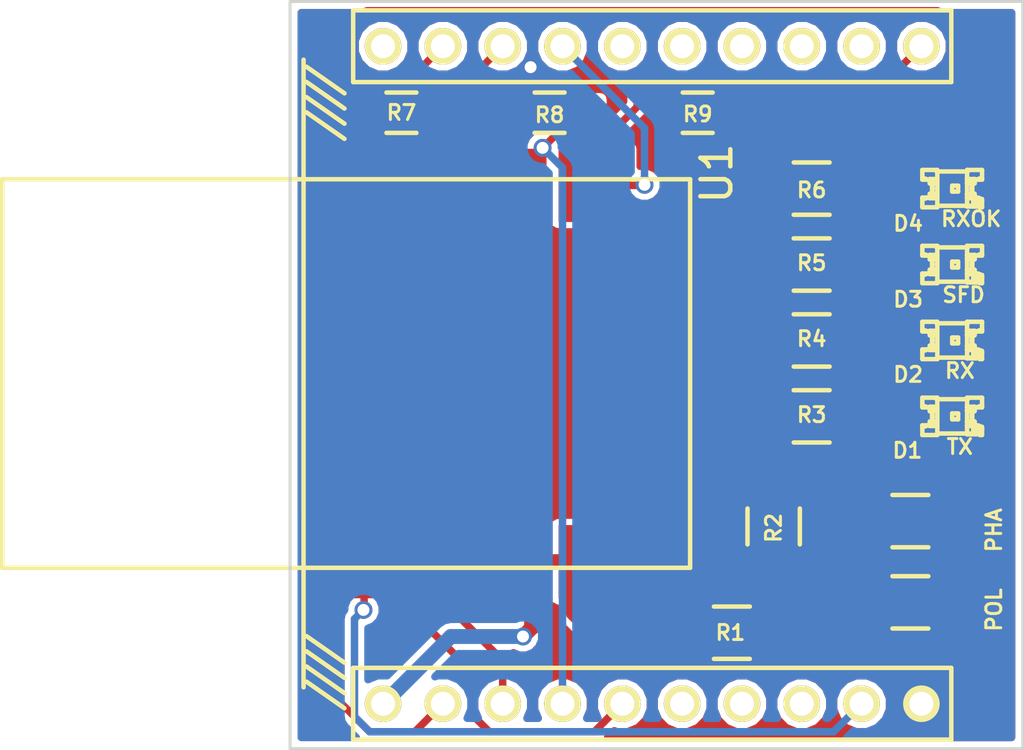
<source format=kicad_pcb>
(kicad_pcb (version 4) (host pcbnew "(after 2015-may-25 BZR unknown)-product")

  (general
    (links 41)
    (no_connects 0)
    (area 127.600999 80.9785 165.136049 112.007001)
    (thickness 1.6)
    (drawings 10)
    (tracks 148)
    (zones 0)
    (modules 18)
    (nets 34)
  )

  (page A4)
  (layers
    (0 F.Cu signal)
    (31 B.Cu signal hide)
    (32 B.Adhes user)
    (33 F.Adhes user)
    (34 B.Paste user)
    (35 F.Paste user)
    (36 B.SilkS user)
    (37 F.SilkS user)
    (38 B.Mask user)
    (39 F.Mask user)
    (40 Dwgs.User user)
    (41 Cmts.User user)
    (42 Eco1.User user)
    (43 Eco2.User user)
    (44 Edge.Cuts user)
    (45 Margin user)
    (46 B.CrtYd user)
    (47 F.CrtYd user)
    (48 B.Fab user)
    (49 F.Fab user)
  )

  (setup
    (last_trace_width 0.25)
    (trace_clearance 0.2)
    (zone_clearance 0.2)
    (zone_45_only no)
    (trace_min 0.2)
    (segment_width 0.2)
    (edge_width 0.1)
    (via_size 0.6)
    (via_drill 0.4)
    (via_min_size 0.4)
    (via_min_drill 0.3)
    (uvia_size 0.3)
    (uvia_drill 0.1)
    (uvias_allowed no)
    (uvia_min_size 0.2)
    (uvia_min_drill 0.1)
    (pcb_text_width 0.3)
    (pcb_text_size 1.5 1.5)
    (mod_edge_width 0.15)
    (mod_text_size 1 1)
    (mod_text_width 0.15)
    (pad_size 1.5 1.5)
    (pad_drill 0.6)
    (pad_to_mask_clearance 0)
    (aux_axis_origin 0 0)
    (visible_elements FFFFFF7F)
    (pcbplotparams
      (layerselection 0x010f0_80000001)
      (usegerberextensions false)
      (excludeedgelayer true)
      (linewidth 0.100000)
      (plotframeref false)
      (viasonmask false)
      (mode 1)
      (useauxorigin false)
      (hpglpennumber 1)
      (hpglpenspeed 20)
      (hpglpendiameter 15)
      (hpglpenoverlay 2)
      (psnegative false)
      (psa4output false)
      (plotreference true)
      (plotvalue true)
      (plotinvisibletext false)
      (padsonsilk false)
      (subtractmaskfromsilk false)
      (outputformat 1)
      (mirror false)
      (drillshape 0)
      (scaleselection 1)
      (outputdirectory Board/Gerber/))
  )

  (net 0 "")
  (net 1 "Net-(D1-Pad2)")
  (net 2 GND)
  (net 3 "Net-(D2-Pad2)")
  (net 4 "Net-(D3-Pad2)")
  (net 5 "Net-(D4-Pad2)")
  (net 6 "Net-(JP1-Pad1)")
  (net 7 /SPIPOL)
  (net 8 "Net-(JP2-Pad1)")
  (net 9 /SPIPHA)
  (net 10 +3V3)
  (net 11 /EXTON)
  (net 12 /SYNC)
  (net 13 /MISO)
  (net 14 /RESET)
  (net 15 "Net-(P1-Pad6)")
  (net 16 "Net-(P1-Pad7)")
  (net 17 "Net-(P1-Pad8)")
  (net 18 /WAKEUP)
  (net 19 "Net-(P2-Pad1)")
  (net 20 /IRQ)
  (net 21 /CLK)
  (net 22 /nSELECT)
  (net 23 "Net-(P2-Pad5)")
  (net 24 "Net-(P2-Pad6)")
  (net 25 "Net-(P2-Pad7)")
  (net 26 "Net-(P2-Pad8)")
  (net 27 "Net-(P2-Pad9)")
  (net 28 /MOSI)
  (net 29 /TXLED)
  (net 30 /RXLED)
  (net 31 /SFDLED)
  (net 32 /RXOKLED)
  (net 33 "Net-(U1-Pad11)")

  (net_class Default "This is the default net class."
    (clearance 0.2)
    (trace_width 0.25)
    (via_dia 0.6)
    (via_drill 0.4)
    (uvia_dia 0.3)
    (uvia_drill 0.1)
    (add_net /CLK)
    (add_net /EXTON)
    (add_net /IRQ)
    (add_net /MISO)
    (add_net /MOSI)
    (add_net /RESET)
    (add_net /RXLED)
    (add_net /RXOKLED)
    (add_net /SFDLED)
    (add_net /SPIPHA)
    (add_net /SPIPOL)
    (add_net /SYNC)
    (add_net /TXLED)
    (add_net /WAKEUP)
    (add_net /nSELECT)
    (add_net "Net-(D1-Pad2)")
    (add_net "Net-(D2-Pad2)")
    (add_net "Net-(D3-Pad2)")
    (add_net "Net-(D4-Pad2)")
    (add_net "Net-(JP1-Pad1)")
    (add_net "Net-(JP2-Pad1)")
    (add_net "Net-(P1-Pad6)")
    (add_net "Net-(P1-Pad7)")
    (add_net "Net-(P1-Pad8)")
    (add_net "Net-(P2-Pad1)")
    (add_net "Net-(P2-Pad5)")
    (add_net "Net-(P2-Pad6)")
    (add_net "Net-(P2-Pad7)")
    (add_net "Net-(P2-Pad8)")
    (add_net "Net-(P2-Pad9)")
    (add_net "Net-(U1-Pad11)")
  )

  (net_class POWER ""
    (clearance 0.2)
    (trace_width 0.5)
    (via_dia 0.6)
    (via_drill 0.4)
    (uvia_dia 0.3)
    (uvia_drill 0.1)
    (add_net +3V3)
    (add_net GND)
  )

  (module LEDs:LED-0805 (layer F.Cu) (tedit 55709349) (tstamp 55708AE8)
    (at 159.639 100.838 180)
    (descr "LED 0805 smd package")
    (tags "LED 0805 SMD")
    (path /557087F8)
    (attr smd)
    (fp_text reference D1 (at 1.4986 -1.143 180) (layer F.SilkS)
      (effects (font (size 0.5 0.5) (thickness 0.1)))
    )
    (fp_text value LED (at 0 1.27 180) (layer F.Fab) hide
      (effects (font (size 1 1) (thickness 0.15)))
    )
    (fp_line (start -0.49784 0.29972) (end -0.49784 0.62484) (layer F.SilkS) (width 0.15))
    (fp_line (start -0.49784 0.62484) (end -0.99822 0.62484) (layer F.SilkS) (width 0.15))
    (fp_line (start -0.99822 0.29972) (end -0.99822 0.62484) (layer F.SilkS) (width 0.15))
    (fp_line (start -0.49784 0.29972) (end -0.99822 0.29972) (layer F.SilkS) (width 0.15))
    (fp_line (start -0.49784 -0.32258) (end -0.49784 -0.17272) (layer F.SilkS) (width 0.15))
    (fp_line (start -0.49784 -0.17272) (end -0.7493 -0.17272) (layer F.SilkS) (width 0.15))
    (fp_line (start -0.7493 -0.32258) (end -0.7493 -0.17272) (layer F.SilkS) (width 0.15))
    (fp_line (start -0.49784 -0.32258) (end -0.7493 -0.32258) (layer F.SilkS) (width 0.15))
    (fp_line (start -0.49784 0.17272) (end -0.49784 0.32258) (layer F.SilkS) (width 0.15))
    (fp_line (start -0.49784 0.32258) (end -0.7493 0.32258) (layer F.SilkS) (width 0.15))
    (fp_line (start -0.7493 0.17272) (end -0.7493 0.32258) (layer F.SilkS) (width 0.15))
    (fp_line (start -0.49784 0.17272) (end -0.7493 0.17272) (layer F.SilkS) (width 0.15))
    (fp_line (start -0.49784 -0.19812) (end -0.49784 0.19812) (layer F.SilkS) (width 0.15))
    (fp_line (start -0.49784 0.19812) (end -0.6731 0.19812) (layer F.SilkS) (width 0.15))
    (fp_line (start -0.6731 -0.19812) (end -0.6731 0.19812) (layer F.SilkS) (width 0.15))
    (fp_line (start -0.49784 -0.19812) (end -0.6731 -0.19812) (layer F.SilkS) (width 0.15))
    (fp_line (start 0.99822 0.29972) (end 0.99822 0.62484) (layer F.SilkS) (width 0.15))
    (fp_line (start 0.99822 0.62484) (end 0.49784 0.62484) (layer F.SilkS) (width 0.15))
    (fp_line (start 0.49784 0.29972) (end 0.49784 0.62484) (layer F.SilkS) (width 0.15))
    (fp_line (start 0.99822 0.29972) (end 0.49784 0.29972) (layer F.SilkS) (width 0.15))
    (fp_line (start 0.99822 -0.62484) (end 0.99822 -0.29972) (layer F.SilkS) (width 0.15))
    (fp_line (start 0.99822 -0.29972) (end 0.49784 -0.29972) (layer F.SilkS) (width 0.15))
    (fp_line (start 0.49784 -0.62484) (end 0.49784 -0.29972) (layer F.SilkS) (width 0.15))
    (fp_line (start 0.99822 -0.62484) (end 0.49784 -0.62484) (layer F.SilkS) (width 0.15))
    (fp_line (start 0.7493 0.17272) (end 0.7493 0.32258) (layer F.SilkS) (width 0.15))
    (fp_line (start 0.7493 0.32258) (end 0.49784 0.32258) (layer F.SilkS) (width 0.15))
    (fp_line (start 0.49784 0.17272) (end 0.49784 0.32258) (layer F.SilkS) (width 0.15))
    (fp_line (start 0.7493 0.17272) (end 0.49784 0.17272) (layer F.SilkS) (width 0.15))
    (fp_line (start 0.7493 -0.32258) (end 0.7493 -0.17272) (layer F.SilkS) (width 0.15))
    (fp_line (start 0.7493 -0.17272) (end 0.49784 -0.17272) (layer F.SilkS) (width 0.15))
    (fp_line (start 0.49784 -0.32258) (end 0.49784 -0.17272) (layer F.SilkS) (width 0.15))
    (fp_line (start 0.7493 -0.32258) (end 0.49784 -0.32258) (layer F.SilkS) (width 0.15))
    (fp_line (start 0.6731 -0.19812) (end 0.6731 0.19812) (layer F.SilkS) (width 0.15))
    (fp_line (start 0.6731 0.19812) (end 0.49784 0.19812) (layer F.SilkS) (width 0.15))
    (fp_line (start 0.49784 -0.19812) (end 0.49784 0.19812) (layer F.SilkS) (width 0.15))
    (fp_line (start 0.6731 -0.19812) (end 0.49784 -0.19812) (layer F.SilkS) (width 0.15))
    (fp_line (start 0 -0.09906) (end 0 0.09906) (layer F.SilkS) (width 0.15))
    (fp_line (start 0 0.09906) (end -0.19812 0.09906) (layer F.SilkS) (width 0.15))
    (fp_line (start -0.19812 -0.09906) (end -0.19812 0.09906) (layer F.SilkS) (width 0.15))
    (fp_line (start 0 -0.09906) (end -0.19812 -0.09906) (layer F.SilkS) (width 0.15))
    (fp_line (start -0.49784 -0.59944) (end -0.49784 -0.29972) (layer F.SilkS) (width 0.15))
    (fp_line (start -0.49784 -0.29972) (end -0.79756 -0.29972) (layer F.SilkS) (width 0.15))
    (fp_line (start -0.79756 -0.59944) (end -0.79756 -0.29972) (layer F.SilkS) (width 0.15))
    (fp_line (start -0.49784 -0.59944) (end -0.79756 -0.59944) (layer F.SilkS) (width 0.15))
    (fp_line (start -0.92456 -0.62484) (end -0.92456 -0.39878) (layer F.SilkS) (width 0.15))
    (fp_line (start -0.92456 -0.39878) (end -0.99822 -0.39878) (layer F.SilkS) (width 0.15))
    (fp_line (start -0.99822 -0.62484) (end -0.99822 -0.39878) (layer F.SilkS) (width 0.15))
    (fp_line (start -0.92456 -0.62484) (end -0.99822 -0.62484) (layer F.SilkS) (width 0.15))
    (fp_line (start -0.52324 0.57404) (end 0.52324 0.57404) (layer F.SilkS) (width 0.15))
    (fp_line (start 0.49784 -0.57404) (end -0.92456 -0.57404) (layer F.SilkS) (width 0.15))
    (fp_circle (center -0.84836 -0.44958) (end -0.89916 -0.50038) (layer F.SilkS) (width 0.15))
    (fp_arc (start -0.99822 0) (end -0.99822 0.34798) (angle -180) (layer F.SilkS) (width 0.15))
    (fp_arc (start 0.99822 0) (end 0.99822 -0.34798) (angle -180) (layer F.SilkS) (width 0.15))
    (pad 2 smd rect (at 1.04902 0) (size 1.19888 1.19888) (layers F.Cu F.Paste F.Mask)
      (net 1 "Net-(D1-Pad2)"))
    (pad 1 smd rect (at -1.04902 0) (size 1.19888 1.19888) (layers F.Cu F.Paste F.Mask)
      (net 2 GND))
  )

  (module LEDs:LED-0805 (layer F.Cu) (tedit 55709343) (tstamp 55708AEE)
    (at 159.639 98.298 180)
    (descr "LED 0805 smd package")
    (tags "LED 0805 SMD")
    (path /55708883)
    (attr smd)
    (fp_text reference D2 (at 1.4732 -1.143 180) (layer F.SilkS)
      (effects (font (size 0.5 0.5) (thickness 0.1)))
    )
    (fp_text value LED (at 0 1.27 180) (layer F.Fab) hide
      (effects (font (size 1 1) (thickness 0.15)))
    )
    (fp_line (start -0.49784 0.29972) (end -0.49784 0.62484) (layer F.SilkS) (width 0.15))
    (fp_line (start -0.49784 0.62484) (end -0.99822 0.62484) (layer F.SilkS) (width 0.15))
    (fp_line (start -0.99822 0.29972) (end -0.99822 0.62484) (layer F.SilkS) (width 0.15))
    (fp_line (start -0.49784 0.29972) (end -0.99822 0.29972) (layer F.SilkS) (width 0.15))
    (fp_line (start -0.49784 -0.32258) (end -0.49784 -0.17272) (layer F.SilkS) (width 0.15))
    (fp_line (start -0.49784 -0.17272) (end -0.7493 -0.17272) (layer F.SilkS) (width 0.15))
    (fp_line (start -0.7493 -0.32258) (end -0.7493 -0.17272) (layer F.SilkS) (width 0.15))
    (fp_line (start -0.49784 -0.32258) (end -0.7493 -0.32258) (layer F.SilkS) (width 0.15))
    (fp_line (start -0.49784 0.17272) (end -0.49784 0.32258) (layer F.SilkS) (width 0.15))
    (fp_line (start -0.49784 0.32258) (end -0.7493 0.32258) (layer F.SilkS) (width 0.15))
    (fp_line (start -0.7493 0.17272) (end -0.7493 0.32258) (layer F.SilkS) (width 0.15))
    (fp_line (start -0.49784 0.17272) (end -0.7493 0.17272) (layer F.SilkS) (width 0.15))
    (fp_line (start -0.49784 -0.19812) (end -0.49784 0.19812) (layer F.SilkS) (width 0.15))
    (fp_line (start -0.49784 0.19812) (end -0.6731 0.19812) (layer F.SilkS) (width 0.15))
    (fp_line (start -0.6731 -0.19812) (end -0.6731 0.19812) (layer F.SilkS) (width 0.15))
    (fp_line (start -0.49784 -0.19812) (end -0.6731 -0.19812) (layer F.SilkS) (width 0.15))
    (fp_line (start 0.99822 0.29972) (end 0.99822 0.62484) (layer F.SilkS) (width 0.15))
    (fp_line (start 0.99822 0.62484) (end 0.49784 0.62484) (layer F.SilkS) (width 0.15))
    (fp_line (start 0.49784 0.29972) (end 0.49784 0.62484) (layer F.SilkS) (width 0.15))
    (fp_line (start 0.99822 0.29972) (end 0.49784 0.29972) (layer F.SilkS) (width 0.15))
    (fp_line (start 0.99822 -0.62484) (end 0.99822 -0.29972) (layer F.SilkS) (width 0.15))
    (fp_line (start 0.99822 -0.29972) (end 0.49784 -0.29972) (layer F.SilkS) (width 0.15))
    (fp_line (start 0.49784 -0.62484) (end 0.49784 -0.29972) (layer F.SilkS) (width 0.15))
    (fp_line (start 0.99822 -0.62484) (end 0.49784 -0.62484) (layer F.SilkS) (width 0.15))
    (fp_line (start 0.7493 0.17272) (end 0.7493 0.32258) (layer F.SilkS) (width 0.15))
    (fp_line (start 0.7493 0.32258) (end 0.49784 0.32258) (layer F.SilkS) (width 0.15))
    (fp_line (start 0.49784 0.17272) (end 0.49784 0.32258) (layer F.SilkS) (width 0.15))
    (fp_line (start 0.7493 0.17272) (end 0.49784 0.17272) (layer F.SilkS) (width 0.15))
    (fp_line (start 0.7493 -0.32258) (end 0.7493 -0.17272) (layer F.SilkS) (width 0.15))
    (fp_line (start 0.7493 -0.17272) (end 0.49784 -0.17272) (layer F.SilkS) (width 0.15))
    (fp_line (start 0.49784 -0.32258) (end 0.49784 -0.17272) (layer F.SilkS) (width 0.15))
    (fp_line (start 0.7493 -0.32258) (end 0.49784 -0.32258) (layer F.SilkS) (width 0.15))
    (fp_line (start 0.6731 -0.19812) (end 0.6731 0.19812) (layer F.SilkS) (width 0.15))
    (fp_line (start 0.6731 0.19812) (end 0.49784 0.19812) (layer F.SilkS) (width 0.15))
    (fp_line (start 0.49784 -0.19812) (end 0.49784 0.19812) (layer F.SilkS) (width 0.15))
    (fp_line (start 0.6731 -0.19812) (end 0.49784 -0.19812) (layer F.SilkS) (width 0.15))
    (fp_line (start 0 -0.09906) (end 0 0.09906) (layer F.SilkS) (width 0.15))
    (fp_line (start 0 0.09906) (end -0.19812 0.09906) (layer F.SilkS) (width 0.15))
    (fp_line (start -0.19812 -0.09906) (end -0.19812 0.09906) (layer F.SilkS) (width 0.15))
    (fp_line (start 0 -0.09906) (end -0.19812 -0.09906) (layer F.SilkS) (width 0.15))
    (fp_line (start -0.49784 -0.59944) (end -0.49784 -0.29972) (layer F.SilkS) (width 0.15))
    (fp_line (start -0.49784 -0.29972) (end -0.79756 -0.29972) (layer F.SilkS) (width 0.15))
    (fp_line (start -0.79756 -0.59944) (end -0.79756 -0.29972) (layer F.SilkS) (width 0.15))
    (fp_line (start -0.49784 -0.59944) (end -0.79756 -0.59944) (layer F.SilkS) (width 0.15))
    (fp_line (start -0.92456 -0.62484) (end -0.92456 -0.39878) (layer F.SilkS) (width 0.15))
    (fp_line (start -0.92456 -0.39878) (end -0.99822 -0.39878) (layer F.SilkS) (width 0.15))
    (fp_line (start -0.99822 -0.62484) (end -0.99822 -0.39878) (layer F.SilkS) (width 0.15))
    (fp_line (start -0.92456 -0.62484) (end -0.99822 -0.62484) (layer F.SilkS) (width 0.15))
    (fp_line (start -0.52324 0.57404) (end 0.52324 0.57404) (layer F.SilkS) (width 0.15))
    (fp_line (start 0.49784 -0.57404) (end -0.92456 -0.57404) (layer F.SilkS) (width 0.15))
    (fp_circle (center -0.84836 -0.44958) (end -0.89916 -0.50038) (layer F.SilkS) (width 0.15))
    (fp_arc (start -0.99822 0) (end -0.99822 0.34798) (angle -180) (layer F.SilkS) (width 0.15))
    (fp_arc (start 0.99822 0) (end 0.99822 -0.34798) (angle -180) (layer F.SilkS) (width 0.15))
    (pad 2 smd rect (at 1.04902 0) (size 1.19888 1.19888) (layers F.Cu F.Paste F.Mask)
      (net 3 "Net-(D2-Pad2)"))
    (pad 1 smd rect (at -1.04902 0) (size 1.19888 1.19888) (layers F.Cu F.Paste F.Mask)
      (net 2 GND))
  )

  (module LEDs:LED-0805 (layer F.Cu) (tedit 5570933E) (tstamp 55708AF4)
    (at 159.639 95.758 180)
    (descr "LED 0805 smd package")
    (tags "LED 0805 SMD")
    (path /557088AF)
    (attr smd)
    (fp_text reference D3 (at 1.4732 -1.1684 180) (layer F.SilkS)
      (effects (font (size 0.5 0.5) (thickness 0.1)))
    )
    (fp_text value LED (at 0 1.27 180) (layer F.Fab) hide
      (effects (font (size 1 1) (thickness 0.15)))
    )
    (fp_line (start -0.49784 0.29972) (end -0.49784 0.62484) (layer F.SilkS) (width 0.15))
    (fp_line (start -0.49784 0.62484) (end -0.99822 0.62484) (layer F.SilkS) (width 0.15))
    (fp_line (start -0.99822 0.29972) (end -0.99822 0.62484) (layer F.SilkS) (width 0.15))
    (fp_line (start -0.49784 0.29972) (end -0.99822 0.29972) (layer F.SilkS) (width 0.15))
    (fp_line (start -0.49784 -0.32258) (end -0.49784 -0.17272) (layer F.SilkS) (width 0.15))
    (fp_line (start -0.49784 -0.17272) (end -0.7493 -0.17272) (layer F.SilkS) (width 0.15))
    (fp_line (start -0.7493 -0.32258) (end -0.7493 -0.17272) (layer F.SilkS) (width 0.15))
    (fp_line (start -0.49784 -0.32258) (end -0.7493 -0.32258) (layer F.SilkS) (width 0.15))
    (fp_line (start -0.49784 0.17272) (end -0.49784 0.32258) (layer F.SilkS) (width 0.15))
    (fp_line (start -0.49784 0.32258) (end -0.7493 0.32258) (layer F.SilkS) (width 0.15))
    (fp_line (start -0.7493 0.17272) (end -0.7493 0.32258) (layer F.SilkS) (width 0.15))
    (fp_line (start -0.49784 0.17272) (end -0.7493 0.17272) (layer F.SilkS) (width 0.15))
    (fp_line (start -0.49784 -0.19812) (end -0.49784 0.19812) (layer F.SilkS) (width 0.15))
    (fp_line (start -0.49784 0.19812) (end -0.6731 0.19812) (layer F.SilkS) (width 0.15))
    (fp_line (start -0.6731 -0.19812) (end -0.6731 0.19812) (layer F.SilkS) (width 0.15))
    (fp_line (start -0.49784 -0.19812) (end -0.6731 -0.19812) (layer F.SilkS) (width 0.15))
    (fp_line (start 0.99822 0.29972) (end 0.99822 0.62484) (layer F.SilkS) (width 0.15))
    (fp_line (start 0.99822 0.62484) (end 0.49784 0.62484) (layer F.SilkS) (width 0.15))
    (fp_line (start 0.49784 0.29972) (end 0.49784 0.62484) (layer F.SilkS) (width 0.15))
    (fp_line (start 0.99822 0.29972) (end 0.49784 0.29972) (layer F.SilkS) (width 0.15))
    (fp_line (start 0.99822 -0.62484) (end 0.99822 -0.29972) (layer F.SilkS) (width 0.15))
    (fp_line (start 0.99822 -0.29972) (end 0.49784 -0.29972) (layer F.SilkS) (width 0.15))
    (fp_line (start 0.49784 -0.62484) (end 0.49784 -0.29972) (layer F.SilkS) (width 0.15))
    (fp_line (start 0.99822 -0.62484) (end 0.49784 -0.62484) (layer F.SilkS) (width 0.15))
    (fp_line (start 0.7493 0.17272) (end 0.7493 0.32258) (layer F.SilkS) (width 0.15))
    (fp_line (start 0.7493 0.32258) (end 0.49784 0.32258) (layer F.SilkS) (width 0.15))
    (fp_line (start 0.49784 0.17272) (end 0.49784 0.32258) (layer F.SilkS) (width 0.15))
    (fp_line (start 0.7493 0.17272) (end 0.49784 0.17272) (layer F.SilkS) (width 0.15))
    (fp_line (start 0.7493 -0.32258) (end 0.7493 -0.17272) (layer F.SilkS) (width 0.15))
    (fp_line (start 0.7493 -0.17272) (end 0.49784 -0.17272) (layer F.SilkS) (width 0.15))
    (fp_line (start 0.49784 -0.32258) (end 0.49784 -0.17272) (layer F.SilkS) (width 0.15))
    (fp_line (start 0.7493 -0.32258) (end 0.49784 -0.32258) (layer F.SilkS) (width 0.15))
    (fp_line (start 0.6731 -0.19812) (end 0.6731 0.19812) (layer F.SilkS) (width 0.15))
    (fp_line (start 0.6731 0.19812) (end 0.49784 0.19812) (layer F.SilkS) (width 0.15))
    (fp_line (start 0.49784 -0.19812) (end 0.49784 0.19812) (layer F.SilkS) (width 0.15))
    (fp_line (start 0.6731 -0.19812) (end 0.49784 -0.19812) (layer F.SilkS) (width 0.15))
    (fp_line (start 0 -0.09906) (end 0 0.09906) (layer F.SilkS) (width 0.15))
    (fp_line (start 0 0.09906) (end -0.19812 0.09906) (layer F.SilkS) (width 0.15))
    (fp_line (start -0.19812 -0.09906) (end -0.19812 0.09906) (layer F.SilkS) (width 0.15))
    (fp_line (start 0 -0.09906) (end -0.19812 -0.09906) (layer F.SilkS) (width 0.15))
    (fp_line (start -0.49784 -0.59944) (end -0.49784 -0.29972) (layer F.SilkS) (width 0.15))
    (fp_line (start -0.49784 -0.29972) (end -0.79756 -0.29972) (layer F.SilkS) (width 0.15))
    (fp_line (start -0.79756 -0.59944) (end -0.79756 -0.29972) (layer F.SilkS) (width 0.15))
    (fp_line (start -0.49784 -0.59944) (end -0.79756 -0.59944) (layer F.SilkS) (width 0.15))
    (fp_line (start -0.92456 -0.62484) (end -0.92456 -0.39878) (layer F.SilkS) (width 0.15))
    (fp_line (start -0.92456 -0.39878) (end -0.99822 -0.39878) (layer F.SilkS) (width 0.15))
    (fp_line (start -0.99822 -0.62484) (end -0.99822 -0.39878) (layer F.SilkS) (width 0.15))
    (fp_line (start -0.92456 -0.62484) (end -0.99822 -0.62484) (layer F.SilkS) (width 0.15))
    (fp_line (start -0.52324 0.57404) (end 0.52324 0.57404) (layer F.SilkS) (width 0.15))
    (fp_line (start 0.49784 -0.57404) (end -0.92456 -0.57404) (layer F.SilkS) (width 0.15))
    (fp_circle (center -0.84836 -0.44958) (end -0.89916 -0.50038) (layer F.SilkS) (width 0.15))
    (fp_arc (start -0.99822 0) (end -0.99822 0.34798) (angle -180) (layer F.SilkS) (width 0.15))
    (fp_arc (start 0.99822 0) (end 0.99822 -0.34798) (angle -180) (layer F.SilkS) (width 0.15))
    (pad 2 smd rect (at 1.04902 0) (size 1.19888 1.19888) (layers F.Cu F.Paste F.Mask)
      (net 4 "Net-(D3-Pad2)"))
    (pad 1 smd rect (at -1.04902 0) (size 1.19888 1.19888) (layers F.Cu F.Paste F.Mask)
      (net 2 GND))
  )

  (module LEDs:LED-0805 (layer F.Cu) (tedit 55709338) (tstamp 55708AFA)
    (at 159.639 93.218 180)
    (descr "LED 0805 smd package")
    (tags "LED 0805 SMD")
    (path /557088D9)
    (attr smd)
    (fp_text reference D4 (at 1.4732 -1.1684 180) (layer F.SilkS)
      (effects (font (size 0.5 0.5) (thickness 0.1)))
    )
    (fp_text value LED (at 0 1.27 180) (layer F.Fab) hide
      (effects (font (size 1 1) (thickness 0.15)))
    )
    (fp_line (start -0.49784 0.29972) (end -0.49784 0.62484) (layer F.SilkS) (width 0.15))
    (fp_line (start -0.49784 0.62484) (end -0.99822 0.62484) (layer F.SilkS) (width 0.15))
    (fp_line (start -0.99822 0.29972) (end -0.99822 0.62484) (layer F.SilkS) (width 0.15))
    (fp_line (start -0.49784 0.29972) (end -0.99822 0.29972) (layer F.SilkS) (width 0.15))
    (fp_line (start -0.49784 -0.32258) (end -0.49784 -0.17272) (layer F.SilkS) (width 0.15))
    (fp_line (start -0.49784 -0.17272) (end -0.7493 -0.17272) (layer F.SilkS) (width 0.15))
    (fp_line (start -0.7493 -0.32258) (end -0.7493 -0.17272) (layer F.SilkS) (width 0.15))
    (fp_line (start -0.49784 -0.32258) (end -0.7493 -0.32258) (layer F.SilkS) (width 0.15))
    (fp_line (start -0.49784 0.17272) (end -0.49784 0.32258) (layer F.SilkS) (width 0.15))
    (fp_line (start -0.49784 0.32258) (end -0.7493 0.32258) (layer F.SilkS) (width 0.15))
    (fp_line (start -0.7493 0.17272) (end -0.7493 0.32258) (layer F.SilkS) (width 0.15))
    (fp_line (start -0.49784 0.17272) (end -0.7493 0.17272) (layer F.SilkS) (width 0.15))
    (fp_line (start -0.49784 -0.19812) (end -0.49784 0.19812) (layer F.SilkS) (width 0.15))
    (fp_line (start -0.49784 0.19812) (end -0.6731 0.19812) (layer F.SilkS) (width 0.15))
    (fp_line (start -0.6731 -0.19812) (end -0.6731 0.19812) (layer F.SilkS) (width 0.15))
    (fp_line (start -0.49784 -0.19812) (end -0.6731 -0.19812) (layer F.SilkS) (width 0.15))
    (fp_line (start 0.99822 0.29972) (end 0.99822 0.62484) (layer F.SilkS) (width 0.15))
    (fp_line (start 0.99822 0.62484) (end 0.49784 0.62484) (layer F.SilkS) (width 0.15))
    (fp_line (start 0.49784 0.29972) (end 0.49784 0.62484) (layer F.SilkS) (width 0.15))
    (fp_line (start 0.99822 0.29972) (end 0.49784 0.29972) (layer F.SilkS) (width 0.15))
    (fp_line (start 0.99822 -0.62484) (end 0.99822 -0.29972) (layer F.SilkS) (width 0.15))
    (fp_line (start 0.99822 -0.29972) (end 0.49784 -0.29972) (layer F.SilkS) (width 0.15))
    (fp_line (start 0.49784 -0.62484) (end 0.49784 -0.29972) (layer F.SilkS) (width 0.15))
    (fp_line (start 0.99822 -0.62484) (end 0.49784 -0.62484) (layer F.SilkS) (width 0.15))
    (fp_line (start 0.7493 0.17272) (end 0.7493 0.32258) (layer F.SilkS) (width 0.15))
    (fp_line (start 0.7493 0.32258) (end 0.49784 0.32258) (layer F.SilkS) (width 0.15))
    (fp_line (start 0.49784 0.17272) (end 0.49784 0.32258) (layer F.SilkS) (width 0.15))
    (fp_line (start 0.7493 0.17272) (end 0.49784 0.17272) (layer F.SilkS) (width 0.15))
    (fp_line (start 0.7493 -0.32258) (end 0.7493 -0.17272) (layer F.SilkS) (width 0.15))
    (fp_line (start 0.7493 -0.17272) (end 0.49784 -0.17272) (layer F.SilkS) (width 0.15))
    (fp_line (start 0.49784 -0.32258) (end 0.49784 -0.17272) (layer F.SilkS) (width 0.15))
    (fp_line (start 0.7493 -0.32258) (end 0.49784 -0.32258) (layer F.SilkS) (width 0.15))
    (fp_line (start 0.6731 -0.19812) (end 0.6731 0.19812) (layer F.SilkS) (width 0.15))
    (fp_line (start 0.6731 0.19812) (end 0.49784 0.19812) (layer F.SilkS) (width 0.15))
    (fp_line (start 0.49784 -0.19812) (end 0.49784 0.19812) (layer F.SilkS) (width 0.15))
    (fp_line (start 0.6731 -0.19812) (end 0.49784 -0.19812) (layer F.SilkS) (width 0.15))
    (fp_line (start 0 -0.09906) (end 0 0.09906) (layer F.SilkS) (width 0.15))
    (fp_line (start 0 0.09906) (end -0.19812 0.09906) (layer F.SilkS) (width 0.15))
    (fp_line (start -0.19812 -0.09906) (end -0.19812 0.09906) (layer F.SilkS) (width 0.15))
    (fp_line (start 0 -0.09906) (end -0.19812 -0.09906) (layer F.SilkS) (width 0.15))
    (fp_line (start -0.49784 -0.59944) (end -0.49784 -0.29972) (layer F.SilkS) (width 0.15))
    (fp_line (start -0.49784 -0.29972) (end -0.79756 -0.29972) (layer F.SilkS) (width 0.15))
    (fp_line (start -0.79756 -0.59944) (end -0.79756 -0.29972) (layer F.SilkS) (width 0.15))
    (fp_line (start -0.49784 -0.59944) (end -0.79756 -0.59944) (layer F.SilkS) (width 0.15))
    (fp_line (start -0.92456 -0.62484) (end -0.92456 -0.39878) (layer F.SilkS) (width 0.15))
    (fp_line (start -0.92456 -0.39878) (end -0.99822 -0.39878) (layer F.SilkS) (width 0.15))
    (fp_line (start -0.99822 -0.62484) (end -0.99822 -0.39878) (layer F.SilkS) (width 0.15))
    (fp_line (start -0.92456 -0.62484) (end -0.99822 -0.62484) (layer F.SilkS) (width 0.15))
    (fp_line (start -0.52324 0.57404) (end 0.52324 0.57404) (layer F.SilkS) (width 0.15))
    (fp_line (start 0.49784 -0.57404) (end -0.92456 -0.57404) (layer F.SilkS) (width 0.15))
    (fp_circle (center -0.84836 -0.44958) (end -0.89916 -0.50038) (layer F.SilkS) (width 0.15))
    (fp_arc (start -0.99822 0) (end -0.99822 0.34798) (angle -180) (layer F.SilkS) (width 0.15))
    (fp_arc (start 0.99822 0) (end 0.99822 -0.34798) (angle -180) (layer F.SilkS) (width 0.15))
    (pad 2 smd rect (at 1.04902 0) (size 1.19888 1.19888) (layers F.Cu F.Paste F.Mask)
      (net 5 "Net-(D4-Pad2)"))
    (pad 1 smd rect (at -1.04902 0) (size 1.19888 1.19888) (layers F.Cu F.Paste F.Mask)
      (net 2 GND))
  )

  (module non_std_pinheader:xbee_2mm_pinheader_1x10 (layer F.Cu) (tedit 55708B62) (tstamp 55708B14)
    (at 149.6095 110.4535)
    (path /55707CEC)
    (fp_text reference P1 (at -11.0017 -0.5477) (layer F.SilkS) hide
      (effects (font (size 1 1) (thickness 0.15)))
    )
    (fp_text value CONN_01X10 (at 0 -6.35) (layer F.SilkS) hide
      (effects (font (size 1 1) (thickness 0.15)))
    )
    (fp_line (start -10 1.2) (end -10 -1.2) (layer F.SilkS) (width 0.15))
    (fp_line (start -10 1.2) (end 10 1.2) (layer F.SilkS) (width 0.15))
    (fp_line (start 10 1.2) (end 10 -1.2) (layer F.SilkS) (width 0.15))
    (fp_line (start 10 -1.2) (end -10 -1.2) (layer F.SilkS) (width 0.15))
    (pad 1 thru_hole circle (at -9 0) (size 1.224 1.224) (drill 0.8) (layers *.Cu *.Mask F.SilkS)
      (net 10 +3V3))
    (pad 2 thru_hole circle (at -7 0) (size 1.224 1.224) (drill 0.8) (layers *.Cu *.Mask F.SilkS)
      (net 11 /EXTON))
    (pad 3 thru_hole circle (at -5 0) (size 1.224 1.224) (drill 0.8) (layers *.Cu *.Mask F.SilkS)
      (net 12 /SYNC))
    (pad 4 thru_hole circle (at -3 0) (size 1.224 1.224) (drill 0.8) (layers *.Cu *.Mask F.SilkS)
      (net 13 /MISO))
    (pad 5 thru_hole circle (at -1 0) (size 1.224 1.224) (drill 0.8) (layers *.Cu *.Mask F.SilkS)
      (net 14 /RESET))
    (pad 6 thru_hole circle (at 1 0) (size 1.224 1.224) (drill 0.8) (layers *.Cu *.Mask F.SilkS)
      (net 15 "Net-(P1-Pad6)"))
    (pad 7 thru_hole circle (at 3 0) (size 1.224 1.224) (drill 0.8) (layers *.Cu *.Mask F.SilkS)
      (net 16 "Net-(P1-Pad7)"))
    (pad 8 thru_hole circle (at 5 0) (size 1.224 1.224) (drill 0.8) (layers *.Cu *.Mask F.SilkS)
      (net 17 "Net-(P1-Pad8)"))
    (pad 9 thru_hole circle (at 7 0) (size 1.224 1.224) (drill 0.8) (layers *.Cu *.Mask F.SilkS)
      (net 18 /WAKEUP))
    (pad 10 thru_hole circle (at 9 0) (size 1.224 1.224) (drill 0.8) (layers *.Cu *.Mask F.SilkS)
      (net 2 GND))
  )

  (module non_std_pinheader:xbee_2mm_pinheader_1x10 (layer F.Cu) (tedit 55708B60) (tstamp 55708B22)
    (at 149.6095 88.4535)
    (path /55707D79)
    (fp_text reference P2 (at -11.0017 -0.5477 90) (layer F.SilkS) hide
      (effects (font (size 1 1) (thickness 0.15)))
    )
    (fp_text value CONN_01X10 (at 0 -6.35) (layer F.SilkS) hide
      (effects (font (size 1 1) (thickness 0.15)))
    )
    (fp_line (start -10 1.2) (end -10 -1.2) (layer F.SilkS) (width 0.15))
    (fp_line (start -10 1.2) (end 10 1.2) (layer F.SilkS) (width 0.15))
    (fp_line (start 10 1.2) (end 10 -1.2) (layer F.SilkS) (width 0.15))
    (fp_line (start 10 -1.2) (end -10 -1.2) (layer F.SilkS) (width 0.15))
    (pad 1 thru_hole circle (at -9 0) (size 1.224 1.224) (drill 0.8) (layers *.Cu *.Mask F.SilkS)
      (net 19 "Net-(P2-Pad1)"))
    (pad 2 thru_hole circle (at -7 0) (size 1.224 1.224) (drill 0.8) (layers *.Cu *.Mask F.SilkS)
      (net 20 /IRQ))
    (pad 3 thru_hole circle (at -5 0) (size 1.224 1.224) (drill 0.8) (layers *.Cu *.Mask F.SilkS)
      (net 21 /CLK))
    (pad 4 thru_hole circle (at -3 0) (size 1.224 1.224) (drill 0.8) (layers *.Cu *.Mask F.SilkS)
      (net 22 /nSELECT))
    (pad 5 thru_hole circle (at -1 0) (size 1.224 1.224) (drill 0.8) (layers *.Cu *.Mask F.SilkS)
      (net 23 "Net-(P2-Pad5)"))
    (pad 6 thru_hole circle (at 1 0) (size 1.224 1.224) (drill 0.8) (layers *.Cu *.Mask F.SilkS)
      (net 24 "Net-(P2-Pad6)"))
    (pad 7 thru_hole circle (at 3 0) (size 1.224 1.224) (drill 0.8) (layers *.Cu *.Mask F.SilkS)
      (net 25 "Net-(P2-Pad7)"))
    (pad 8 thru_hole circle (at 5 0) (size 1.224 1.224) (drill 0.8) (layers *.Cu *.Mask F.SilkS)
      (net 26 "Net-(P2-Pad8)"))
    (pad 9 thru_hole circle (at 7 0) (size 1.224 1.224) (drill 0.8) (layers *.Cu *.Mask F.SilkS)
      (net 27 "Net-(P2-Pad9)"))
    (pad 10 thru_hole circle (at 9 0) (size 1.224 1.224) (drill 0.8) (layers *.Cu *.Mask F.SilkS)
      (net 28 /MOSI))
  )

  (module Resistors_SMD:R_0805_HandSoldering (layer F.Cu) (tedit 55709119) (tstamp 55708B28)
    (at 152.273 108.077 180)
    (descr "Resistor SMD 0805, hand soldering")
    (tags "resistor 0805")
    (path /55708FC3)
    (attr smd)
    (fp_text reference R1 (at 0.0508 0 180) (layer F.SilkS)
      (effects (font (size 0.5 0.5) (thickness 0.1)))
    )
    (fp_text value 1K (at 0 2.1 180) (layer F.Fab) hide
      (effects (font (size 1 1) (thickness 0.15)))
    )
    (fp_line (start -2.4 -1) (end 2.4 -1) (layer F.CrtYd) (width 0.05))
    (fp_line (start -2.4 1) (end 2.4 1) (layer F.CrtYd) (width 0.05))
    (fp_line (start -2.4 -1) (end -2.4 1) (layer F.CrtYd) (width 0.05))
    (fp_line (start 2.4 -1) (end 2.4 1) (layer F.CrtYd) (width 0.05))
    (fp_line (start 0.6 0.875) (end -0.6 0.875) (layer F.SilkS) (width 0.15))
    (fp_line (start -0.6 -0.875) (end 0.6 -0.875) (layer F.SilkS) (width 0.15))
    (pad 1 smd rect (at -1.35 0 180) (size 1.5 1.3) (layers F.Cu F.Paste F.Mask)
      (net 6 "Net-(JP1-Pad1)"))
    (pad 2 smd rect (at 1.35 0 180) (size 1.5 1.3) (layers F.Cu F.Paste F.Mask)
      (net 10 +3V3))
    (model Resistors_SMD.3dshapes/R_0805_HandSoldering.wrl
      (at (xyz 0 0 0))
      (scale (xyz 1 1 1))
      (rotate (xyz 0 0 0))
    )
  )

  (module Resistors_SMD:R_0805_HandSoldering (layer F.Cu) (tedit 5570910A) (tstamp 55708B2E)
    (at 153.67 104.521 270)
    (descr "Resistor SMD 0805, hand soldering")
    (tags "resistor 0805")
    (path /557090D9)
    (attr smd)
    (fp_text reference R2 (at 0.0508 0 270) (layer F.SilkS)
      (effects (font (size 0.5 0.5) (thickness 0.1)))
    )
    (fp_text value 1K (at 0 2.1 270) (layer F.Fab) hide
      (effects (font (size 1 1) (thickness 0.15)))
    )
    (fp_line (start -2.4 -1) (end 2.4 -1) (layer F.CrtYd) (width 0.05))
    (fp_line (start -2.4 1) (end 2.4 1) (layer F.CrtYd) (width 0.05))
    (fp_line (start -2.4 -1) (end -2.4 1) (layer F.CrtYd) (width 0.05))
    (fp_line (start 2.4 -1) (end 2.4 1) (layer F.CrtYd) (width 0.05))
    (fp_line (start 0.6 0.875) (end -0.6 0.875) (layer F.SilkS) (width 0.15))
    (fp_line (start -0.6 -0.875) (end 0.6 -0.875) (layer F.SilkS) (width 0.15))
    (pad 1 smd rect (at -1.35 0 270) (size 1.5 1.3) (layers F.Cu F.Paste F.Mask)
      (net 8 "Net-(JP2-Pad1)"))
    (pad 2 smd rect (at 1.35 0 270) (size 1.5 1.3) (layers F.Cu F.Paste F.Mask)
      (net 10 +3V3))
    (model Resistors_SMD.3dshapes/R_0805_HandSoldering.wrl
      (at (xyz 0 0 0))
      (scale (xyz 1 1 1))
      (rotate (xyz 0 0 0))
    )
  )

  (module Resistors_SMD:R_0805_HandSoldering (layer F.Cu) (tedit 55709303) (tstamp 55708B34)
    (at 154.94 100.838 180)
    (descr "Resistor SMD 0805, hand soldering")
    (tags "resistor 0805")
    (path /55708745)
    (attr smd)
    (fp_text reference R3 (at 0 0.0508 180) (layer F.SilkS)
      (effects (font (size 0.5 0.5) (thickness 0.1)))
    )
    (fp_text value 470 (at 0 2.1 180) (layer F.Fab) hide
      (effects (font (size 1 1) (thickness 0.15)))
    )
    (fp_line (start -2.4 -1) (end 2.4 -1) (layer F.CrtYd) (width 0.05))
    (fp_line (start -2.4 1) (end 2.4 1) (layer F.CrtYd) (width 0.05))
    (fp_line (start -2.4 -1) (end -2.4 1) (layer F.CrtYd) (width 0.05))
    (fp_line (start 2.4 -1) (end 2.4 1) (layer F.CrtYd) (width 0.05))
    (fp_line (start 0.6 0.875) (end -0.6 0.875) (layer F.SilkS) (width 0.15))
    (fp_line (start -0.6 -0.875) (end 0.6 -0.875) (layer F.SilkS) (width 0.15))
    (pad 1 smd rect (at -1.35 0 180) (size 1.5 1.3) (layers F.Cu F.Paste F.Mask)
      (net 1 "Net-(D1-Pad2)"))
    (pad 2 smd rect (at 1.35 0 180) (size 1.5 1.3) (layers F.Cu F.Paste F.Mask)
      (net 29 /TXLED))
    (model Resistors_SMD.3dshapes/R_0805_HandSoldering.wrl
      (at (xyz 0 0 0))
      (scale (xyz 1 1 1))
      (rotate (xyz 0 0 0))
    )
  )

  (module Resistors_SMD:R_0805_HandSoldering (layer F.Cu) (tedit 557092F4) (tstamp 55708B3A)
    (at 154.94 98.298 180)
    (descr "Resistor SMD 0805, hand soldering")
    (tags "resistor 0805")
    (path /55708793)
    (attr smd)
    (fp_text reference R4 (at 0 0.0508 180) (layer F.SilkS)
      (effects (font (size 0.5 0.5) (thickness 0.1)))
    )
    (fp_text value 470 (at 0 2.1 180) (layer F.Fab) hide
      (effects (font (size 1 1) (thickness 0.15)))
    )
    (fp_line (start -2.4 -1) (end 2.4 -1) (layer F.CrtYd) (width 0.05))
    (fp_line (start -2.4 1) (end 2.4 1) (layer F.CrtYd) (width 0.05))
    (fp_line (start -2.4 -1) (end -2.4 1) (layer F.CrtYd) (width 0.05))
    (fp_line (start 2.4 -1) (end 2.4 1) (layer F.CrtYd) (width 0.05))
    (fp_line (start 0.6 0.875) (end -0.6 0.875) (layer F.SilkS) (width 0.15))
    (fp_line (start -0.6 -0.875) (end 0.6 -0.875) (layer F.SilkS) (width 0.15))
    (pad 1 smd rect (at -1.35 0 180) (size 1.5 1.3) (layers F.Cu F.Paste F.Mask)
      (net 3 "Net-(D2-Pad2)"))
    (pad 2 smd rect (at 1.35 0 180) (size 1.5 1.3) (layers F.Cu F.Paste F.Mask)
      (net 30 /RXLED))
    (model Resistors_SMD.3dshapes/R_0805_HandSoldering.wrl
      (at (xyz 0 0 0))
      (scale (xyz 1 1 1))
      (rotate (xyz 0 0 0))
    )
  )

  (module Resistors_SMD:R_0805_HandSoldering (layer F.Cu) (tedit 557092E9) (tstamp 55708B40)
    (at 154.94 95.758 180)
    (descr "Resistor SMD 0805, hand soldering")
    (tags "resistor 0805")
    (path /557087B7)
    (attr smd)
    (fp_text reference R5 (at 0 0.0508 180) (layer F.SilkS)
      (effects (font (size 0.5 0.5) (thickness 0.1)))
    )
    (fp_text value 470 (at 0 2.1 180) (layer F.Fab) hide
      (effects (font (size 1 1) (thickness 0.15)))
    )
    (fp_line (start -2.4 -1) (end 2.4 -1) (layer F.CrtYd) (width 0.05))
    (fp_line (start -2.4 1) (end 2.4 1) (layer F.CrtYd) (width 0.05))
    (fp_line (start -2.4 -1) (end -2.4 1) (layer F.CrtYd) (width 0.05))
    (fp_line (start 2.4 -1) (end 2.4 1) (layer F.CrtYd) (width 0.05))
    (fp_line (start 0.6 0.875) (end -0.6 0.875) (layer F.SilkS) (width 0.15))
    (fp_line (start -0.6 -0.875) (end 0.6 -0.875) (layer F.SilkS) (width 0.15))
    (pad 1 smd rect (at -1.35 0 180) (size 1.5 1.3) (layers F.Cu F.Paste F.Mask)
      (net 4 "Net-(D3-Pad2)"))
    (pad 2 smd rect (at 1.35 0 180) (size 1.5 1.3) (layers F.Cu F.Paste F.Mask)
      (net 31 /SFDLED))
    (model Resistors_SMD.3dshapes/R_0805_HandSoldering.wrl
      (at (xyz 0 0 0))
      (scale (xyz 1 1 1))
      (rotate (xyz 0 0 0))
    )
  )

  (module Resistors_SMD:R_0805_HandSoldering (layer F.Cu) (tedit 557092DA) (tstamp 55708B46)
    (at 154.94 93.218 180)
    (descr "Resistor SMD 0805, hand soldering")
    (tags "resistor 0805")
    (path /557087D9)
    (attr smd)
    (fp_text reference R6 (at 0 -0.0508 180) (layer F.SilkS)
      (effects (font (size 0.5 0.5) (thickness 0.1)))
    )
    (fp_text value 470 (at 0 2.1 180) (layer F.Fab) hide
      (effects (font (size 1 1) (thickness 0.15)))
    )
    (fp_line (start -2.4 -1) (end 2.4 -1) (layer F.CrtYd) (width 0.05))
    (fp_line (start -2.4 1) (end 2.4 1) (layer F.CrtYd) (width 0.05))
    (fp_line (start -2.4 -1) (end -2.4 1) (layer F.CrtYd) (width 0.05))
    (fp_line (start 2.4 -1) (end 2.4 1) (layer F.CrtYd) (width 0.05))
    (fp_line (start 0.6 0.875) (end -0.6 0.875) (layer F.SilkS) (width 0.15))
    (fp_line (start -0.6 -0.875) (end 0.6 -0.875) (layer F.SilkS) (width 0.15))
    (pad 1 smd rect (at -1.35 0 180) (size 1.5 1.3) (layers F.Cu F.Paste F.Mask)
      (net 5 "Net-(D4-Pad2)"))
    (pad 2 smd rect (at 1.35 0 180) (size 1.5 1.3) (layers F.Cu F.Paste F.Mask)
      (net 32 /RXOKLED))
    (model Resistors_SMD.3dshapes/R_0805_HandSoldering.wrl
      (at (xyz 0 0 0))
      (scale (xyz 1 1 1))
      (rotate (xyz 0 0 0))
    )
  )

  (module Resistors_SMD:R_0603_HandSoldering (layer F.Cu) (tedit 55709383) (tstamp 55708B4C)
    (at 141.224 90.678)
    (descr "Resistor SMD 0603, hand soldering")
    (tags "resistor 0603")
    (path /557093B2)
    (attr smd)
    (fp_text reference R7 (at 0 0) (layer F.SilkS)
      (effects (font (size 0.5 0.5) (thickness 0.1)))
    )
    (fp_text value 0 (at 0 1.9) (layer F.Fab) hide
      (effects (font (size 1 1) (thickness 0.15)))
    )
    (fp_line (start -2 -0.8) (end 2 -0.8) (layer F.CrtYd) (width 0.05))
    (fp_line (start -2 0.8) (end 2 0.8) (layer F.CrtYd) (width 0.05))
    (fp_line (start -2 -0.8) (end -2 0.8) (layer F.CrtYd) (width 0.05))
    (fp_line (start 2 -0.8) (end 2 0.8) (layer F.CrtYd) (width 0.05))
    (fp_line (start 0.5 0.675) (end -0.5 0.675) (layer F.SilkS) (width 0.15))
    (fp_line (start -0.5 -0.675) (end 0.5 -0.675) (layer F.SilkS) (width 0.15))
    (pad 1 smd rect (at -1.1 0) (size 1.2 0.9) (layers F.Cu F.Paste F.Mask)
      (net 2 GND))
    (pad 2 smd rect (at 1.1 0) (size 1.2 0.9) (layers F.Cu F.Paste F.Mask)
      (net 21 /CLK))
    (model Resistors_SMD.3dshapes/R_0603_HandSoldering.wrl
      (at (xyz 0 0 0))
      (scale (xyz 1 1 1))
      (rotate (xyz 0 0 0))
    )
  )

  (module Resistors_SMD:R_0603_HandSoldering (layer F.Cu) (tedit 55709375) (tstamp 55708B52)
    (at 146.177 90.678)
    (descr "Resistor SMD 0603, hand soldering")
    (tags "resistor 0603")
    (path /55709483)
    (attr smd)
    (fp_text reference R8 (at 0 0.0762) (layer F.SilkS)
      (effects (font (size 0.5 0.5) (thickness 0.1)))
    )
    (fp_text value 0 (at 0 1.9) (layer F.Fab) hide
      (effects (font (size 1 1) (thickness 0.15)))
    )
    (fp_line (start -2 -0.8) (end 2 -0.8) (layer F.CrtYd) (width 0.05))
    (fp_line (start -2 0.8) (end 2 0.8) (layer F.CrtYd) (width 0.05))
    (fp_line (start -2 -0.8) (end -2 0.8) (layer F.CrtYd) (width 0.05))
    (fp_line (start 2 -0.8) (end 2 0.8) (layer F.CrtYd) (width 0.05))
    (fp_line (start 0.5 0.675) (end -0.5 0.675) (layer F.SilkS) (width 0.15))
    (fp_line (start -0.5 -0.675) (end 0.5 -0.675) (layer F.SilkS) (width 0.15))
    (pad 1 smd rect (at -1.1 0) (size 1.2 0.9) (layers F.Cu F.Paste F.Mask)
      (net 2 GND))
    (pad 2 smd rect (at 1.1 0) (size 1.2 0.9) (layers F.Cu F.Paste F.Mask)
      (net 13 /MISO))
    (model Resistors_SMD.3dshapes/R_0603_HandSoldering.wrl
      (at (xyz 0 0 0))
      (scale (xyz 1 1 1))
      (rotate (xyz 0 0 0))
    )
  )

  (module Resistors_SMD:R_0603_HandSoldering (layer F.Cu) (tedit 55709364) (tstamp 55708B58)
    (at 151.13 90.678)
    (descr "Resistor SMD 0603, hand soldering")
    (tags "resistor 0603")
    (path /557094EC)
    (attr smd)
    (fp_text reference R9 (at 0 0.0508 180) (layer F.SilkS)
      (effects (font (size 0.5 0.5) (thickness 0.1)))
    )
    (fp_text value 0 (at 0 1.9) (layer F.Fab) hide
      (effects (font (size 1 1) (thickness 0.15)))
    )
    (fp_line (start -2 -0.8) (end 2 -0.8) (layer F.CrtYd) (width 0.05))
    (fp_line (start -2 0.8) (end 2 0.8) (layer F.CrtYd) (width 0.05))
    (fp_line (start -2 -0.8) (end -2 0.8) (layer F.CrtYd) (width 0.05))
    (fp_line (start 2 -0.8) (end 2 0.8) (layer F.CrtYd) (width 0.05))
    (fp_line (start 0.5 0.675) (end -0.5 0.675) (layer F.SilkS) (width 0.15))
    (fp_line (start -0.5 -0.675) (end 0.5 -0.675) (layer F.SilkS) (width 0.15))
    (pad 1 smd rect (at -1.1 0) (size 1.2 0.9) (layers F.Cu F.Paste F.Mask)
      (net 2 GND))
    (pad 2 smd rect (at 1.1 0) (size 1.2 0.9) (layers F.Cu F.Paste F.Mask)
      (net 28 /MOSI))
    (model Resistors_SMD.3dshapes/R_0603_HandSoldering.wrl
      (at (xyz 0 0 0))
      (scale (xyz 1 1 1))
      (rotate (xyz 0 0 0))
    )
  )

  (module decaWave:dmw1000 (layer F.Cu) (tedit 55708F57) (tstamp 5570903E)
    (at 150.876 105.905 90)
    (path /55707F83)
    (fp_text reference U1 (at 13.195 0.889 90) (layer F.SilkS)
      (effects (font (size 1 1) (thickness 0.15)))
    )
    (fp_text value DWM1000 (at 6.604 -11.176 90) (layer F.Fab)
      (effects (font (size 1 1) (thickness 0.15)))
    )
    (fp_line (start 15.24 -12.827) (end 14.351 -11.557) (layer F.SilkS) (width 0.15))
    (fp_line (start 15.748 -12.827) (end 14.859 -11.557) (layer F.SilkS) (width 0.15))
    (fp_line (start 16.256 -12.827) (end 15.367 -11.557) (layer F.SilkS) (width 0.15))
    (fp_line (start 16.764 -12.827) (end 15.875 -11.557) (layer F.SilkS) (width 0.15))
    (fp_line (start -2.286 -12.827) (end -3.175 -11.557) (layer F.SilkS) (width 0.15))
    (fp_line (start -2.794 -12.827) (end -3.683 -11.557) (layer F.SilkS) (width 0.15))
    (fp_line (start -3.302 -12.827) (end -4.191 -11.557) (layer F.SilkS) (width 0.15))
    (fp_line (start -3.81 -12.827) (end -4.699 -11.557) (layer F.SilkS) (width 0.15))
    (fp_line (start -4 -12.925) (end 17 -12.925) (layer F.SilkS) (width 0.15))
    (fp_line (start 0 0) (end 0 -23) (layer F.SilkS) (width 0.15))
    (fp_line (start 0 -23) (end 13 -23) (layer F.SilkS) (width 0.15))
    (fp_line (start 13 -23) (end 13 0) (layer F.SilkS) (width 0.15))
    (fp_line (start 13 0) (end 0 0) (layer F.SilkS) (width 0.15))
    (pad 17 smd rect (at 12.795 -2.5 90) (size 2.45 1) (layers F.Cu F.Paste F.Mask)
      (net 22 /nSELECT))
    (pad 9 smd rect (at 1.6 -0.205 90) (size 1 2.45) (layers F.Cu F.Paste F.Mask)
      (net 7 /SPIPOL))
    (pad 1 smd rect (at 0.205 -12.3 90) (size 2.45 1) (layers F.Cu F.Paste F.Mask)
      (net 11 /EXTON))
    (pad 2 smd rect (at 0.205 -10.9 90) (size 2.45 1) (layers F.Cu F.Paste F.Mask)
      (net 18 /WAKEUP))
    (pad 3 smd rect (at 0.205 -9.5 90) (size 2.45 1) (layers F.Cu F.Paste F.Mask)
      (net 14 /RESET))
    (pad 4 smd rect (at 0.205 -8.1 90) (size 2.45 1) (layers F.Cu F.Paste F.Mask)
      (net 12 /SYNC))
    (pad 5 smd rect (at 0.205 -6.7 90) (size 2.45 1) (layers F.Cu F.Paste F.Mask)
      (net 10 +3V3))
    (pad 6 smd rect (at 0.205 -5.3 90) (size 2.45 1) (layers F.Cu F.Paste F.Mask)
      (net 10 +3V3))
    (pad 7 smd rect (at 0.205 -3.9 90) (size 2.45 1) (layers F.Cu F.Paste F.Mask)
      (net 10 +3V3))
    (pad 8 smd rect (at 0.205 -2.5 90) (size 2.45 1) (layers F.Cu F.Paste F.Mask)
      (net 2 GND))
    (pad 10 smd rect (at 3 -0.205 90) (size 1 2.45) (layers F.Cu F.Paste F.Mask)
      (net 9 /SPIPHA))
    (pad 11 smd rect (at 4.4 -0.205 90) (size 1 2.45) (layers F.Cu F.Paste F.Mask)
      (net 33 "Net-(U1-Pad11)"))
    (pad 12 smd rect (at 5.8 -0.205 90) (size 1 2.45) (layers F.Cu F.Paste F.Mask)
      (net 29 /TXLED))
    (pad 13 smd rect (at 7.2 -0.205 90) (size 1 2.45) (layers F.Cu F.Paste F.Mask)
      (net 30 /RXLED))
    (pad 14 smd rect (at 8.6 -0.205 90) (size 1 2.45) (layers F.Cu F.Paste F.Mask)
      (net 31 /SFDLED))
    (pad 15 smd rect (at 10 -0.205 90) (size 1 2.45) (layers F.Cu F.Paste F.Mask)
      (net 32 /RXOKLED))
    (pad 16 smd rect (at 11.4 -0.205 90) (size 1 2.45) (layers F.Cu F.Paste F.Mask)
      (net 2 GND))
    (pad 18 smd rect (at 12.795 -3.9 90) (size 2.45 1) (layers F.Cu F.Paste F.Mask)
      (net 28 /MOSI))
    (pad 19 smd rect (at 12.795 -5.3 90) (size 2.45 1) (layers F.Cu F.Paste F.Mask)
      (net 13 /MISO))
    (pad 20 smd rect (at 12.795 -6.7 90) (size 2.45 1) (layers F.Cu F.Paste F.Mask)
      (net 21 /CLK))
    (pad 21 smd rect (at 12.795 -8.1 90) (size 2.45 1) (layers F.Cu F.Paste F.Mask)
      (net 2 GND))
    (pad 22 smd rect (at 12.795 -9.5 90) (size 2.45 1) (layers F.Cu F.Paste F.Mask)
      (net 20 /IRQ))
    (pad 23 smd rect (at 12.795 -10.9 90) (size 2.45 1) (layers F.Cu F.Paste F.Mask)
      (net 2 GND))
    (pad 24 smd rect (at 12.795 -12.3 90) (size 2.45 1) (layers F.Cu F.Paste F.Mask)
      (net 2 GND))
  )

  (module Resistors_SMD:R_0805_HandSoldering (layer F.Cu) (tedit 557090F7) (tstamp 55709277)
    (at 158.242 107.061 180)
    (descr "Resistor SMD 0805, hand soldering")
    (tags "resistor 0805")
    (path /55708F0E)
    (attr smd)
    (fp_text reference JP1 (at 0 -2.1 180) (layer F.SilkS) hide
      (effects (font (size 1 1) (thickness 0.15)))
    )
    (fp_text value Jumper_NO_Small (at 0 2.1 180) (layer F.Fab) hide
      (effects (font (size 1 1) (thickness 0.15)))
    )
    (fp_line (start -2.4 -1) (end 2.4 -1) (layer F.CrtYd) (width 0.05))
    (fp_line (start -2.4 1) (end 2.4 1) (layer F.CrtYd) (width 0.05))
    (fp_line (start -2.4 -1) (end -2.4 1) (layer F.CrtYd) (width 0.05))
    (fp_line (start 2.4 -1) (end 2.4 1) (layer F.CrtYd) (width 0.05))
    (fp_line (start 0.6 0.875) (end -0.6 0.875) (layer F.SilkS) (width 0.15))
    (fp_line (start -0.6 -0.875) (end 0.6 -0.875) (layer F.SilkS) (width 0.15))
    (pad 1 smd rect (at -1.35 0 180) (size 1.5 1.3) (layers F.Cu F.Paste F.Mask)
      (net 6 "Net-(JP1-Pad1)"))
    (pad 2 smd rect (at 1.35 0 180) (size 1.5 1.3) (layers F.Cu F.Paste F.Mask)
      (net 7 /SPIPOL))
    (model Resistors_SMD.3dshapes/R_0805_HandSoldering.wrl
      (at (xyz 0 0 0))
      (scale (xyz 1 1 1))
      (rotate (xyz 0 0 0))
    )
  )

  (module Resistors_SMD:R_0805_HandSoldering (layer F.Cu) (tedit 557090F2) (tstamp 5570927D)
    (at 158.242 104.3432 180)
    (descr "Resistor SMD 0805, hand soldering")
    (tags "resistor 0805")
    (path /55708F7B)
    (attr smd)
    (fp_text reference JP2 (at 0 -2.1 180) (layer F.SilkS) hide
      (effects (font (size 1 1) (thickness 0.15)))
    )
    (fp_text value Jumper_NO_Small (at 0 2.1 180) (layer F.Fab) hide
      (effects (font (size 1 1) (thickness 0.15)))
    )
    (fp_line (start -2.4 -1) (end 2.4 -1) (layer F.CrtYd) (width 0.05))
    (fp_line (start -2.4 1) (end 2.4 1) (layer F.CrtYd) (width 0.05))
    (fp_line (start -2.4 -1) (end -2.4 1) (layer F.CrtYd) (width 0.05))
    (fp_line (start 2.4 -1) (end 2.4 1) (layer F.CrtYd) (width 0.05))
    (fp_line (start 0.6 0.875) (end -0.6 0.875) (layer F.SilkS) (width 0.15))
    (fp_line (start -0.6 -0.875) (end 0.6 -0.875) (layer F.SilkS) (width 0.15))
    (pad 1 smd rect (at -1.35 0 180) (size 1.5 1.3) (layers F.Cu F.Paste F.Mask)
      (net 8 "Net-(JP2-Pad1)"))
    (pad 2 smd rect (at 1.35 0 180) (size 1.5 1.3) (layers F.Cu F.Paste F.Mask)
      (net 9 /SPIPHA))
    (model Resistors_SMD.3dshapes/R_0805_HandSoldering.wrl
      (at (xyz 0 0 0))
      (scale (xyz 1 1 1))
      (rotate (xyz 0 0 0))
    )
  )

  (gr_text TX (at 159.893 101.854) (layer F.SilkS)
    (effects (font (size 0.5 0.5) (thickness 0.1)))
  )
  (gr_text POL (at 161.036 107.315 90) (layer F.SilkS) (tstamp 5570A3F8)
    (effects (font (size 0.5 0.5) (thickness 0.1)))
  )
  (gr_text PHA (at 161.036 104.648 90) (layer F.SilkS) (tstamp 5570A3DC)
    (effects (font (size 0.5 0.5) (thickness 0.1)))
  )
  (gr_text RXOK (at 160.274 94.234) (layer F.SilkS) (tstamp 5570A3AA)
    (effects (font (size 0.5 0.5) (thickness 0.1)))
  )
  (gr_text SFD (at 160.02 96.774) (layer F.SilkS) (tstamp 5570A39C)
    (effects (font (size 0.5 0.5) (thickness 0.1)))
  )
  (gr_text RX (at 159.893 99.314) (layer F.SilkS) (tstamp 5570A391)
    (effects (font (size 0.5 0.5) (thickness 0.1)))
  )
  (gr_line (start 137.5 86.957) (end 162 86.957) (angle 90) (layer Edge.Cuts) (width 0.1))
  (gr_line (start 162 111.957) (end 162 86.957) (angle 90) (layer Edge.Cuts) (width 0.1))
  (gr_line (start 162 111.957) (end 137.5 111.957) (angle 90) (layer Edge.Cuts) (width 0.1))
  (gr_line (start 137.5 86.957) (end 137.5 111.957) (angle 90) (layer Edge.Cuts) (width 0.1))

  (segment (start 156.29 100.838) (end 158.58998 100.838) (width 0.25) (layer F.Cu) (net 1))
  (segment (start 148.376 105.7) (end 148.376 103.975) (width 0.5) (layer F.Cu) (net 2))
  (segment (start 139.976 94.835) (end 139.976 93.11) (width 0.5) (layer F.Cu) (net 2))
  (segment (start 148.376 103.975) (end 139.976 95.575) (width 0.5) (layer F.Cu) (net 2))
  (segment (start 139.976 95.575) (end 139.976 94.835) (width 0.5) (layer F.Cu) (net 2))
  (segment (start 145.542 89.154) (end 145.542 90.391002) (width 0.5) (layer B.Cu) (net 2))
  (segment (start 145.542 90.391002) (end 158.6095 103.458502) (width 0.5) (layer B.Cu) (net 2))
  (segment (start 158.6095 103.458502) (end 158.6095 109.588002) (width 0.5) (layer B.Cu) (net 2))
  (segment (start 158.6095 109.588002) (end 158.6095 110.4535) (width 0.5) (layer B.Cu) (net 2))
  (segment (start 145.077 90.678) (end 145.077 89.619) (width 0.5) (layer F.Cu) (net 2))
  (segment (start 145.077 89.619) (end 145.542 89.154) (width 0.5) (layer F.Cu) (net 2))
  (via (at 145.542 89.154) (size 0.6) (drill 0.4) (layers F.Cu B.Cu) (net 2))
  (segment (start 140.124 90.678) (end 140.124 89.539762) (width 0.5) (layer F.Cu) (net 2))
  (segment (start 140.124 89.539762) (end 139.547499 88.963261) (width 0.5) (layer F.Cu) (net 2))
  (segment (start 139.547499 88.963261) (end 139.547499 87.943739) (width 0.5) (layer F.Cu) (net 2))
  (segment (start 139.547499 87.943739) (end 140.099739 87.391499) (width 0.5) (layer F.Cu) (net 2))
  (segment (start 159.119261 87.391499) (end 160.68802 88.960258) (width 0.5) (layer F.Cu) (net 2))
  (segment (start 160.68802 88.960258) (end 160.68802 92.11856) (width 0.5) (layer F.Cu) (net 2))
  (segment (start 140.099739 87.391499) (end 159.119261 87.391499) (width 0.5) (layer F.Cu) (net 2))
  (segment (start 140.124 90.678) (end 140.124 92.962) (width 0.5) (layer F.Cu) (net 2))
  (segment (start 140.124 92.962) (end 139.976 93.11) (width 0.5) (layer F.Cu) (net 2))
  (segment (start 153.76398 92.117999) (end 160.687459 92.117999) (width 0.5) (layer F.Cu) (net 2))
  (segment (start 152.058001 92.117999) (end 153.76398 92.117999) (width 0.5) (layer F.Cu) (net 2))
  (segment (start 150.18 90.678) (end 150.03 90.678) (width 0.5) (layer F.Cu) (net 2))
  (segment (start 153.76398 92.117999) (end 151.619999 92.117999) (width 0.5) (layer F.Cu) (net 2))
  (segment (start 151.619999 92.117999) (end 150.18 90.678) (width 0.5) (layer F.Cu) (net 2))
  (segment (start 138.576 93.11) (end 139.976 93.11) (width 0.5) (layer F.Cu) (net 2))
  (segment (start 150.671 94.505) (end 150.671 93.505) (width 0.5) (layer F.Cu) (net 2))
  (segment (start 150.671 93.505) (end 152.058001 92.117999) (width 0.5) (layer F.Cu) (net 2))
  (segment (start 160.687459 92.117999) (end 160.68802 92.11856) (width 0.5) (layer F.Cu) (net 2))
  (segment (start 160.68802 92.11856) (end 160.68802 93.218) (width 0.5) (layer F.Cu) (net 2))
  (segment (start 160.68802 100.838) (end 160.68802 101.93744) (width 0.5) (layer F.Cu) (net 2))
  (segment (start 160.68802 101.93744) (end 160.792001 102.041421) (width 0.5) (layer F.Cu) (net 2))
  (segment (start 160.792001 102.041421) (end 160.792001 108.270999) (width 0.5) (layer F.Cu) (net 2))
  (segment (start 159.221499 109.841501) (end 158.6095 110.4535) (width 0.5) (layer F.Cu) (net 2))
  (segment (start 160.792001 108.270999) (end 159.221499 109.841501) (width 0.5) (layer F.Cu) (net 2))
  (segment (start 160.68802 98.298) (end 160.68802 100.838) (width 0.5) (layer F.Cu) (net 2))
  (segment (start 160.68802 95.758) (end 160.68802 98.298) (width 0.5) (layer F.Cu) (net 2))
  (segment (start 160.68802 93.218) (end 160.68802 95.758) (width 0.5) (layer F.Cu) (net 2))
  (segment (start 156.29 98.298) (end 158.58998 98.298) (width 0.25) (layer F.Cu) (net 3))
  (segment (start 156.29 95.758) (end 158.58998 95.758) (width 0.25) (layer F.Cu) (net 4))
  (segment (start 156.29 93.218) (end 158.58998 93.218) (width 0.25) (layer F.Cu) (net 5))
  (segment (start 159.592 107.061) (end 159.492 107.061) (width 0.25) (layer F.Cu) (net 6))
  (segment (start 159.492 107.061) (end 158.476 108.077) (width 0.25) (layer F.Cu) (net 6))
  (segment (start 158.476 108.077) (end 154.623 108.077) (width 0.25) (layer F.Cu) (net 6))
  (segment (start 154.623 108.077) (end 153.623 108.077) (width 0.25) (layer F.Cu) (net 6))
  (segment (start 150.671 104.305) (end 152.182588 104.305) (width 0.25) (layer F.Cu) (net 7))
  (segment (start 152.182588 104.305) (end 152.673587 104.795999) (width 0.25) (layer F.Cu) (net 7))
  (segment (start 152.673587 104.795999) (end 154.526999 104.795999) (width 0.25) (layer F.Cu) (net 7))
  (segment (start 154.526999 104.795999) (end 156.792 107.061) (width 0.25) (layer F.Cu) (net 7))
  (segment (start 156.792 107.061) (end 156.892 107.061) (width 0.25) (layer F.Cu) (net 7))
  (segment (start 159.592 104.3432) (end 159.492 104.3432) (width 0.25) (layer F.Cu) (net 8))
  (segment (start 159.492 104.3432) (end 158.3198 103.171) (width 0.25) (layer F.Cu) (net 8))
  (segment (start 158.3198 103.171) (end 154.57 103.171) (width 0.25) (layer F.Cu) (net 8))
  (segment (start 154.57 103.171) (end 153.67 103.171) (width 0.25) (layer F.Cu) (net 8))
  (segment (start 150.671 102.905) (end 152.146 102.905) (width 0.25) (layer F.Cu) (net 9))
  (segment (start 152.146 102.905) (end 152.694999 103.453999) (width 0.25) (layer F.Cu) (net 9))
  (segment (start 152.857198 104.3432) (end 155.892 104.3432) (width 0.25) (layer F.Cu) (net 9))
  (segment (start 152.694999 103.453999) (end 152.694999 104.181001) (width 0.25) (layer F.Cu) (net 9))
  (segment (start 152.694999 104.181001) (end 152.857198 104.3432) (width 0.25) (layer F.Cu) (net 9))
  (segment (start 155.892 104.3432) (end 156.892 104.3432) (width 0.25) (layer F.Cu) (net 9))
  (segment (start 145.576 105.7) (end 146.976 105.7) (width 0.5) (layer F.Cu) (net 10))
  (segment (start 144.176 105.7) (end 145.576 105.7) (width 0.5) (layer F.Cu) (net 10))
  (segment (start 140.6095 110.4535) (end 140.6255 110.4535) (width 0.5) (layer B.Cu) (net 10))
  (segment (start 140.6255 110.4535) (end 142.875 108.204) (width 0.5) (layer B.Cu) (net 10) (tstamp 55709FE2))
  (segment (start 142.875 108.204) (end 145.288 108.204) (width 0.5) (layer B.Cu) (net 10) (tstamp 55709FE5))
  (via (at 145.288 108.204) (size 0.6) (layers F.Cu B.Cu) (net 10))
  (segment (start 145.288 108.204) (end 145.576 107.916) (width 0.5) (layer F.Cu) (net 10) (tstamp 55709FEC))
  (segment (start 145.576 107.916) (end 145.576 105.7) (width 0.5) (layer F.Cu) (net 10) (tstamp 55709FED))
  (segment (start 150.923 108.077) (end 151.464 108.077) (width 0.5) (layer F.Cu) (net 10))
  (segment (start 151.464 108.077) (end 153.67 105.871) (width 0.5) (layer F.Cu) (net 10))
  (segment (start 146.976 105.7) (end 146.976 107.425) (width 0.5) (layer F.Cu) (net 10))
  (segment (start 149.673 108.077) (end 150.923 108.077) (width 0.5) (layer F.Cu) (net 10))
  (segment (start 147.628 108.077) (end 149.673 108.077) (width 0.5) (layer F.Cu) (net 10))
  (segment (start 146.976 107.425) (end 147.628 108.077) (width 0.5) (layer F.Cu) (net 10))
  (segment (start 138.576 105.7) (end 138.576 109.806762) (width 0.25) (layer F.Cu) (net 11))
  (segment (start 141.997501 111.065499) (end 142.6095 110.4535) (width 0.25) (layer F.Cu) (net 11))
  (segment (start 138.576 109.806762) (end 140.159739 111.390501) (width 0.25) (layer F.Cu) (net 11))
  (segment (start 140.159739 111.390501) (end 141.672499 111.390501) (width 0.25) (layer F.Cu) (net 11))
  (segment (start 141.672499 111.390501) (end 141.997501 111.065499) (width 0.25) (layer F.Cu) (net 11))
  (segment (start 142.776 105.7) (end 142.776 107.175) (width 0.25) (layer F.Cu) (net 12))
  (segment (start 142.776 107.175) (end 144.6095 109.0085) (width 0.25) (layer F.Cu) (net 12))
  (segment (start 144.6095 109.0085) (end 144.6095 109.588002) (width 0.25) (layer F.Cu) (net 12))
  (segment (start 144.6095 109.588002) (end 144.6095 110.4535) (width 0.25) (layer F.Cu) (net 12))
  (segment (start 145.944077 91.853753) (end 146.6095 92.519176) (width 0.25) (layer B.Cu) (net 13))
  (segment (start 146.6095 92.519176) (end 146.6095 110.4535) (width 0.25) (layer B.Cu) (net 13))
  (segment (start 145.576 93.11) (end 145.576 92.22183) (width 0.25) (layer F.Cu) (net 13))
  (segment (start 145.576 92.22183) (end 145.944077 91.853753) (width 0.25) (layer F.Cu) (net 13))
  (via (at 145.944077 91.853753) (size 0.6) (drill 0.4) (layers F.Cu B.Cu) (net 13))
  (segment (start 145.576 93.11) (end 145.576 92.229) (width 0.25) (layer F.Cu) (net 13))
  (segment (start 145.576 92.229) (end 147.127 90.678) (width 0.25) (layer F.Cu) (net 13))
  (segment (start 147.127 90.678) (end 147.277 90.678) (width 0.25) (layer F.Cu) (net 13))
  (segment (start 145.576 93.11) (end 145.576 92.199998) (width 0.25) (layer F.Cu) (net 13))
  (segment (start 141.376 105.7) (end 141.376 107.175) (width 0.25) (layer F.Cu) (net 14))
  (segment (start 141.376 107.175) (end 143.672499 109.471499) (width 0.25) (layer F.Cu) (net 14))
  (segment (start 143.672499 109.471499) (end 143.672499 110.903261) (width 0.25) (layer F.Cu) (net 14))
  (segment (start 143.672499 110.903261) (end 144.159739 111.390501) (width 0.25) (layer F.Cu) (net 14))
  (segment (start 144.159739 111.390501) (end 147.672499 111.390501) (width 0.25) (layer F.Cu) (net 14))
  (segment (start 147.672499 111.390501) (end 147.997501 111.065499) (width 0.25) (layer F.Cu) (net 14))
  (segment (start 147.997501 111.065499) (end 148.6095 110.4535) (width 0.25) (layer F.Cu) (net 14))
  (segment (start 139.954 107.315) (end 139.654001 107.614999) (width 0.25) (layer B.Cu) (net 18))
  (segment (start 139.654001 107.614999) (end 139.654001 110.884763) (width 0.25) (layer B.Cu) (net 18))
  (segment (start 139.654001 110.884763) (end 140.159739 111.390501) (width 0.25) (layer B.Cu) (net 18))
  (segment (start 140.159739 111.390501) (end 155.672499 111.390501) (width 0.25) (layer B.Cu) (net 18))
  (segment (start 155.672499 111.390501) (end 155.997501 111.065499) (width 0.25) (layer B.Cu) (net 18))
  (segment (start 155.997501 111.065499) (end 156.6095 110.4535) (width 0.25) (layer B.Cu) (net 18))
  (segment (start 139.976 105.7) (end 139.976 107.293) (width 0.25) (layer F.Cu) (net 18))
  (segment (start 139.976 107.293) (end 139.954 107.315) (width 0.25) (layer F.Cu) (net 18))
  (via (at 139.954 107.315) (size 0.6) (drill 0.4) (layers F.Cu B.Cu) (net 18))
  (segment (start 141.376 93.11) (end 141.376 89.687) (width 0.25) (layer F.Cu) (net 20))
  (segment (start 141.376 89.687) (end 142.6095 88.4535) (width 0.25) (layer F.Cu) (net 20))
  (segment (start 144.176 93.11) (end 144.176 91.635) (width 0.25) (layer F.Cu) (net 21))
  (segment (start 144.176 91.635) (end 143.997501 91.456501) (width 0.25) (layer F.Cu) (net 21))
  (segment (start 143.997501 91.456501) (end 143.997501 89.065499) (width 0.25) (layer F.Cu) (net 21))
  (segment (start 143.997501 89.065499) (end 144.6095 88.4535) (width 0.25) (layer F.Cu) (net 21))
  (segment (start 144.176 91.635) (end 143.219 90.678) (width 0.25) (layer F.Cu) (net 21))
  (segment (start 143.219 90.678) (end 143.174 90.678) (width 0.25) (layer F.Cu) (net 21))
  (segment (start 143.174 90.678) (end 142.324 90.678) (width 0.25) (layer F.Cu) (net 21))
  (segment (start 149.352 93.091) (end 149.352 91.196) (width 0.25) (layer B.Cu) (net 22))
  (segment (start 149.352 91.196) (end 146.6095 88.4535) (width 0.25) (layer B.Cu) (net 22))
  (segment (start 148.376 93.11) (end 149.333 93.11) (width 0.25) (layer F.Cu) (net 22))
  (segment (start 149.333 93.11) (end 149.352 93.091) (width 0.25) (layer F.Cu) (net 22))
  (via (at 149.352 93.091) (size 0.6) (drill 0.4) (layers F.Cu B.Cu) (net 22))
  (segment (start 146.976 93.11) (end 146.976 92.199998) (width 0.25) (layer F.Cu) (net 28))
  (segment (start 146.976 92.199998) (end 147.722997 91.453001) (width 0.25) (layer F.Cu) (net 28))
  (segment (start 149.104999 89.967999) (end 149.682497 89.390501) (width 0.25) (layer F.Cu) (net 28))
  (segment (start 147.722997 91.453001) (end 148.137001 91.453001) (width 0.25) (layer F.Cu) (net 28))
  (segment (start 148.137001 91.453001) (end 149.104999 90.485003) (width 0.25) (layer F.Cu) (net 28))
  (segment (start 149.104999 90.485003) (end 149.104999 89.967999) (width 0.25) (layer F.Cu) (net 28))
  (segment (start 149.682497 89.390501) (end 150.3807 89.390501) (width 0.25) (layer F.Cu) (net 28))
  (segment (start 150.3807 89.390501) (end 157.672499 89.390501) (width 0.25) (layer F.Cu) (net 28))
  (segment (start 150.3807 89.390501) (end 150.792501 89.390501) (width 0.25) (layer F.Cu) (net 28))
  (segment (start 150.792501 89.390501) (end 152.08 90.678) (width 0.25) (layer F.Cu) (net 28))
  (segment (start 152.08 90.678) (end 152.23 90.678) (width 0.25) (layer F.Cu) (net 28))
  (segment (start 157.672499 89.390501) (end 157.997501 89.065499) (width 0.25) (layer F.Cu) (net 28))
  (segment (start 157.997501 89.065499) (end 158.6095 88.4535) (width 0.25) (layer F.Cu) (net 28))
  (segment (start 150.671 100.105) (end 152.857 100.105) (width 0.25) (layer F.Cu) (net 29))
  (segment (start 152.857 100.105) (end 153.59 100.838) (width 0.25) (layer F.Cu) (net 29))
  (segment (start 150.671 98.705) (end 153.183 98.705) (width 0.25) (layer F.Cu) (net 30))
  (segment (start 153.183 98.705) (end 153.59 98.298) (width 0.25) (layer F.Cu) (net 30))
  (segment (start 150.671 97.305) (end 152.146 97.305) (width 0.25) (layer F.Cu) (net 31))
  (segment (start 152.146 97.305) (end 153.59 95.861) (width 0.25) (layer F.Cu) (net 31))
  (segment (start 153.59 95.861) (end 153.59 95.758) (width 0.25) (layer F.Cu) (net 31))
  (segment (start 153.59 93.218) (end 153.49 93.218) (width 0.25) (layer F.Cu) (net 32))
  (segment (start 153.49 93.218) (end 152.59 94.118) (width 0.25) (layer F.Cu) (net 32))
  (segment (start 152.59 94.118) (end 152.59 94.896002) (width 0.25) (layer F.Cu) (net 32))
  (segment (start 152.59 94.896002) (end 151.581002 95.905) (width 0.25) (layer F.Cu) (net 32))
  (segment (start 151.581002 95.905) (end 150.671 95.905) (width 0.25) (layer F.Cu) (net 32))

  (zone (net 2) (net_name GND) (layer F.Cu) (tstamp 55709DD3) (hatch edge 0.508)
    (connect_pads yes (clearance 0.2))
    (min_thickness 0.25)
    (fill yes (arc_segments 16) (thermal_gap 0.5) (thermal_bridge_width 0.5))
    (polygon
      (pts
        (xy 161.798 111.887) (xy 137.668 111.887) (xy 137.668 87.122) (xy 161.798 87.122)
      )
    )
    (filled_polygon
      (pts
        (xy 161.625 111.582) (xy 157.546662 111.582) (xy 157.546662 110.267937) (xy 157.404313 109.923425) (xy 157.140961 109.659613)
        (xy 156.796699 109.516663) (xy 156.423937 109.516338) (xy 156.079425 109.658687) (xy 155.815613 109.922039) (xy 155.672663 110.266301)
        (xy 155.672338 110.639063) (xy 155.814687 110.983575) (xy 156.078039 111.247387) (xy 156.422301 111.390337) (xy 156.795063 111.390662)
        (xy 157.139575 111.248313) (xy 157.403387 110.984961) (xy 157.546337 110.640699) (xy 157.546662 110.267937) (xy 157.546662 111.582)
        (xy 155.546662 111.582) (xy 155.546662 110.267937) (xy 155.404313 109.923425) (xy 155.140961 109.659613) (xy 154.796699 109.516663)
        (xy 154.423937 109.516338) (xy 154.079425 109.658687) (xy 153.815613 109.922039) (xy 153.672663 110.266301) (xy 153.672338 110.639063)
        (xy 153.814687 110.983575) (xy 154.078039 111.247387) (xy 154.422301 111.390337) (xy 154.795063 111.390662) (xy 155.139575 111.248313)
        (xy 155.403387 110.984961) (xy 155.546337 110.640699) (xy 155.546662 110.267937) (xy 155.546662 111.582) (xy 153.546662 111.582)
        (xy 153.546662 110.267937) (xy 153.404313 109.923425) (xy 153.140961 109.659613) (xy 152.796699 109.516663) (xy 152.423937 109.516338)
        (xy 152.079425 109.658687) (xy 151.815613 109.922039) (xy 151.672663 110.266301) (xy 151.672338 110.639063) (xy 151.814687 110.983575)
        (xy 152.078039 111.247387) (xy 152.422301 111.390337) (xy 152.795063 111.390662) (xy 153.139575 111.248313) (xy 153.403387 110.984961)
        (xy 153.546337 110.640699) (xy 153.546662 110.267937) (xy 153.546662 111.582) (xy 151.546662 111.582) (xy 151.546662 110.267937)
        (xy 151.404313 109.923425) (xy 151.140961 109.659613) (xy 150.796699 109.516663) (xy 150.423937 109.516338) (xy 150.079425 109.658687)
        (xy 149.815613 109.922039) (xy 149.672663 110.266301) (xy 149.672338 110.639063) (xy 149.814687 110.983575) (xy 150.078039 111.247387)
        (xy 150.422301 111.390337) (xy 150.795063 111.390662) (xy 151.139575 111.248313) (xy 151.403387 110.984961) (xy 151.546337 110.640699)
        (xy 151.546662 110.267937) (xy 151.546662 111.582) (xy 148.117396 111.582) (xy 148.315699 111.383697) (xy 148.342284 111.357111)
        (xy 148.422301 111.390337) (xy 148.795063 111.390662) (xy 149.139575 111.248313) (xy 149.403387 110.984961) (xy 149.546337 110.640699)
        (xy 149.546662 110.267937) (xy 149.404313 109.923425) (xy 149.140961 109.659613) (xy 148.796699 109.516663) (xy 148.423937 109.516338)
        (xy 148.079425 109.658687) (xy 147.815613 109.922039) (xy 147.672663 110.266301) (xy 147.672338 110.639063) (xy 147.706021 110.720582)
        (xy 147.679303 110.747301) (xy 147.486103 110.940501) (xy 147.421848 110.940501) (xy 147.546337 110.640699) (xy 147.546662 110.267937)
        (xy 147.404313 109.923425) (xy 147.140961 109.659613) (xy 146.796699 109.516663) (xy 146.423937 109.516338) (xy 146.079425 109.658687)
        (xy 145.815613 109.922039) (xy 145.672663 110.266301) (xy 145.672338 110.639063) (xy 145.796889 110.940501) (xy 145.421848 110.940501)
        (xy 145.546337 110.640699) (xy 145.546662 110.267937) (xy 145.404313 109.923425) (xy 145.140961 109.659613) (xy 145.0595 109.625787)
        (xy 145.0595 109.588002) (xy 145.0595 109.0085) (xy 145.025247 108.836293) (xy 145.025246 108.836292) (xy 144.965453 108.746806)
        (xy 145.163134 108.828891) (xy 145.411775 108.829108) (xy 145.641571 108.734158) (xy 145.81754 108.558496) (xy 145.867859 108.437312)
        (xy 145.982586 108.322586) (xy 145.982587 108.322586) (xy 146.107231 108.136043) (xy 146.151 107.916) (xy 146.151 107.241814)
        (xy 146.199921 107.232323) (xy 146.27627 107.18217) (xy 146.348231 107.230744) (xy 146.401 107.241326) (xy 146.401 107.425)
        (xy 146.444769 107.645043) (xy 146.569414 107.831586) (xy 147.221413 108.483586) (xy 147.221414 108.483586) (xy 147.407957 108.608231)
        (xy 147.628 108.652) (xy 149.673 108.652) (xy 149.841633 108.652) (xy 149.841633 108.727) (xy 149.865677 108.850921)
        (xy 149.937222 108.959837) (xy 150.045231 109.032744) (xy 150.173 109.058367) (xy 151.673 109.058367) (xy 151.796921 109.034323)
        (xy 151.905837 108.962778) (xy 151.978744 108.854769) (xy 152.004367 108.727) (xy 152.004367 108.349805) (xy 152.541633 107.812539)
        (xy 152.541633 108.727) (xy 152.565677 108.850921) (xy 152.637222 108.959837) (xy 152.745231 109.032744) (xy 152.873 109.058367)
        (xy 154.373 109.058367) (xy 154.496921 109.034323) (xy 154.605837 108.962778) (xy 154.678744 108.854769) (xy 154.704367 108.727)
        (xy 154.704367 108.527) (xy 158.476 108.527) (xy 158.648207 108.492746) (xy 158.648208 108.492746) (xy 158.794198 108.395198)
        (xy 159.147029 108.042367) (xy 160.342 108.042367) (xy 160.465921 108.018323) (xy 160.574837 107.946778) (xy 160.647744 107.838769)
        (xy 160.673367 107.711) (xy 160.673367 106.411) (xy 160.649323 106.287079) (xy 160.577778 106.178163) (xy 160.469769 106.105256)
        (xy 160.342 106.079633) (xy 158.842 106.079633) (xy 158.718079 106.103677) (xy 158.609163 106.175222) (xy 158.536256 106.283231)
        (xy 158.510633 106.411) (xy 158.510633 107.405971) (xy 158.289604 107.627) (xy 157.973367 107.627) (xy 157.973367 106.411)
        (xy 157.949323 106.287079) (xy 157.877778 106.178163) (xy 157.769769 106.105256) (xy 157.642 106.079633) (xy 156.447029 106.079633)
        (xy 155.160596 104.7932) (xy 155.810633 104.7932) (xy 155.810633 104.9932) (xy 155.834677 105.117121) (xy 155.906222 105.226037)
        (xy 156.014231 105.298944) (xy 156.142 105.324567) (xy 157.642 105.324567) (xy 157.765921 105.300523) (xy 157.874837 105.228978)
        (xy 157.947744 105.120969) (xy 157.973367 104.9932) (xy 157.973367 103.6932) (xy 157.959358 103.621) (xy 158.133404 103.621)
        (xy 158.510633 103.998229) (xy 158.510633 104.9932) (xy 158.534677 105.117121) (xy 158.606222 105.226037) (xy 158.714231 105.298944)
        (xy 158.842 105.324567) (xy 160.342 105.324567) (xy 160.465921 105.300523) (xy 160.574837 105.228978) (xy 160.647744 105.120969)
        (xy 160.673367 104.9932) (xy 160.673367 103.6932) (xy 160.649323 103.569279) (xy 160.577778 103.460363) (xy 160.469769 103.387456)
        (xy 160.342 103.361833) (xy 159.546662 103.361833) (xy 159.546662 88.267937) (xy 159.404313 87.923425) (xy 159.140961 87.659613)
        (xy 158.796699 87.516663) (xy 158.423937 87.516338) (xy 158.079425 87.658687) (xy 157.815613 87.922039) (xy 157.672663 88.266301)
        (xy 157.672338 88.639063) (xy 157.706021 88.720582) (xy 157.679303 88.747301) (xy 157.486103 88.940501) (xy 157.421848 88.940501)
        (xy 157.546337 88.640699) (xy 157.546662 88.267937) (xy 157.404313 87.923425) (xy 157.140961 87.659613) (xy 156.796699 87.516663)
        (xy 156.423937 87.516338) (xy 156.079425 87.658687) (xy 155.815613 87.922039) (xy 155.672663 88.266301) (xy 155.672338 88.639063)
        (xy 155.796889 88.940501) (xy 155.421848 88.940501) (xy 155.546337 88.640699) (xy 155.546662 88.267937) (xy 155.404313 87.923425)
        (xy 155.140961 87.659613) (xy 154.796699 87.516663) (xy 154.423937 87.516338) (xy 154.079425 87.658687) (xy 153.815613 87.922039)
        (xy 153.672663 88.266301) (xy 153.672338 88.639063) (xy 153.796889 88.940501) (xy 153.421848 88.940501) (xy 153.546337 88.640699)
        (xy 153.546662 88.267937) (xy 153.404313 87.923425) (xy 153.140961 87.659613) (xy 152.796699 87.516663) (xy 152.423937 87.516338)
        (xy 152.079425 87.658687) (xy 151.815613 87.922039) (xy 151.672663 88.266301) (xy 151.672338 88.639063) (xy 151.796889 88.940501)
        (xy 151.421848 88.940501) (xy 151.546337 88.640699) (xy 151.546662 88.267937) (xy 151.404313 87.923425) (xy 151.140961 87.659613)
        (xy 150.796699 87.516663) (xy 150.423937 87.516338) (xy 150.079425 87.658687) (xy 149.815613 87.922039) (xy 149.672663 88.266301)
        (xy 149.672338 88.639063) (xy 149.796889 88.940501) (xy 149.682497 88.940501) (xy 149.546662 88.967519) (xy 149.546662 88.267937)
        (xy 149.404313 87.923425) (xy 149.140961 87.659613) (xy 148.796699 87.516663) (xy 148.423937 87.516338) (xy 148.079425 87.658687)
        (xy 147.815613 87.922039) (xy 147.672663 88.266301) (xy 147.672338 88.639063) (xy 147.814687 88.983575) (xy 148.078039 89.247387)
        (xy 148.422301 89.390337) (xy 148.795063 89.390662) (xy 149.139575 89.248313) (xy 149.403387 88.984961) (xy 149.546337 88.640699)
        (xy 149.546662 88.267937) (xy 149.546662 88.967519) (xy 149.51029 88.974754) (xy 149.364299 89.072303) (xy 148.786801 89.649801)
        (xy 148.689253 89.795791) (xy 148.654999 89.967999) (xy 148.654999 90.298607) (xy 148.208367 90.745239) (xy 148.208367 90.228)
        (xy 148.184323 90.104079) (xy 148.112778 89.995163) (xy 148.004769 89.922256) (xy 147.877 89.896633) (xy 147.546662 89.896633)
        (xy 147.546662 88.267937) (xy 147.404313 87.923425) (xy 147.140961 87.659613) (xy 146.796699 87.516663) (xy 146.423937 87.516338)
        (xy 146.079425 87.658687) (xy 145.815613 87.922039) (xy 145.672663 88.266301) (xy 145.672338 88.639063) (xy 145.814687 88.983575)
        (xy 146.078039 89.247387) (xy 146.422301 89.390337) (xy 146.795063 89.390662) (xy 147.139575 89.248313) (xy 147.403387 88.984961)
        (xy 147.546337 88.640699) (xy 147.546662 88.267937) (xy 147.546662 89.896633) (xy 146.677 89.896633) (xy 146.553079 89.920677)
        (xy 146.444163 89.992222) (xy 146.371256 90.100231) (xy 146.345633 90.228) (xy 146.345633 90.822971) (xy 145.939854 91.228749)
        (xy 145.820302 91.228645) (xy 145.590506 91.323595) (xy 145.414537 91.499257) (xy 145.391958 91.553633) (xy 145.076 91.553633)
        (xy 144.952079 91.577677) (xy 144.875729 91.627829) (xy 144.803769 91.579256) (xy 144.676 91.553633) (xy 144.609815 91.553633)
        (xy 144.591746 91.462793) (xy 144.591746 91.462792) (xy 144.494198 91.316802) (xy 144.447501 91.270105) (xy 144.447501 89.390358)
        (xy 144.795063 89.390662) (xy 145.139575 89.248313) (xy 145.403387 88.984961) (xy 145.546337 88.640699) (xy 145.546662 88.267937)
        (xy 145.404313 87.923425) (xy 145.140961 87.659613) (xy 144.796699 87.516663) (xy 144.423937 87.516338) (xy 144.079425 87.658687)
        (xy 143.815613 87.922039) (xy 143.672663 88.266301) (xy 143.672338 88.639063) (xy 143.706021 88.720582) (xy 143.679303 88.747301)
        (xy 143.581755 88.893291) (xy 143.547501 89.065499) (xy 143.547501 90.370105) (xy 143.537198 90.359802) (xy 143.391208 90.262254)
        (xy 143.255367 90.235233) (xy 143.255367 90.228) (xy 143.231323 90.104079) (xy 143.159778 89.995163) (xy 143.051769 89.922256)
        (xy 142.924 89.896633) (xy 141.826 89.896633) (xy 141.826 89.873396) (xy 142.342284 89.357111) (xy 142.422301 89.390337)
        (xy 142.795063 89.390662) (xy 143.139575 89.248313) (xy 143.403387 88.984961) (xy 143.546337 88.640699) (xy 143.546662 88.267937)
        (xy 143.404313 87.923425) (xy 143.140961 87.659613) (xy 142.796699 87.516663) (xy 142.423937 87.516338) (xy 142.079425 87.658687)
        (xy 141.815613 87.922039) (xy 141.672663 88.266301) (xy 141.672338 88.639063) (xy 141.706021 88.720582) (xy 141.546662 88.879941)
        (xy 141.546662 88.267937) (xy 141.404313 87.923425) (xy 141.140961 87.659613) (xy 140.796699 87.516663) (xy 140.423937 87.516338)
        (xy 140.079425 87.658687) (xy 139.815613 87.922039) (xy 139.672663 88.266301) (xy 139.672338 88.639063) (xy 139.814687 88.983575)
        (xy 140.078039 89.247387) (xy 140.422301 89.390337) (xy 140.795063 89.390662) (xy 141.139575 89.248313) (xy 141.403387 88.984961)
        (xy 141.546337 88.640699) (xy 141.546662 88.267937) (xy 141.546662 88.879941) (xy 141.057802 89.368802) (xy 140.960254 89.514792)
        (xy 140.926 89.687) (xy 140.926 91.553633) (xy 140.876 91.553633) (xy 140.752079 91.577677) (xy 140.643163 91.649222)
        (xy 140.570256 91.757231) (xy 140.544633 91.885) (xy 140.544633 94.335) (xy 140.568677 94.458921) (xy 140.640222 94.567837)
        (xy 140.748231 94.640744) (xy 140.876 94.666367) (xy 141.876 94.666367) (xy 141.999921 94.642323) (xy 142.108837 94.570778)
        (xy 142.181744 94.462769) (xy 142.207367 94.335) (xy 142.207367 91.885) (xy 142.183323 91.761079) (xy 142.111778 91.652163)
        (xy 142.003769 91.579256) (xy 141.876 91.553633) (xy 141.826 91.553633) (xy 141.826 91.459367) (xy 142.924 91.459367)
        (xy 143.047921 91.435323) (xy 143.156837 91.363778) (xy 143.201788 91.297184) (xy 143.509952 91.605348) (xy 143.443163 91.649222)
        (xy 143.370256 91.757231) (xy 143.344633 91.885) (xy 143.344633 94.335) (xy 143.368677 94.458921) (xy 143.440222 94.567837)
        (xy 143.548231 94.640744) (xy 143.676 94.666367) (xy 144.676 94.666367) (xy 144.799921 94.642323) (xy 144.87627 94.59217)
        (xy 144.948231 94.640744) (xy 145.076 94.666367) (xy 146.076 94.666367) (xy 146.199921 94.642323) (xy 146.27627 94.59217)
        (xy 146.348231 94.640744) (xy 146.476 94.666367) (xy 147.476 94.666367) (xy 147.599921 94.642323) (xy 147.67627 94.59217)
        (xy 147.748231 94.640744) (xy 147.876 94.666367) (xy 148.876 94.666367) (xy 148.999921 94.642323) (xy 149.108837 94.570778)
        (xy 149.181744 94.462769) (xy 149.207367 94.335) (xy 149.207367 93.707682) (xy 149.227134 93.715891) (xy 149.475775 93.716108)
        (xy 149.705571 93.621158) (xy 149.88154 93.445496) (xy 149.976891 93.215866) (xy 149.977108 92.967225) (xy 149.882158 92.737429)
        (xy 149.706496 92.56146) (xy 149.476866 92.466109) (xy 149.228225 92.465892) (xy 149.207367 92.47451) (xy 149.207367 91.885)
        (xy 149.183323 91.761079) (xy 149.111778 91.652163) (xy 149.003769 91.579256) (xy 148.876 91.553633) (xy 148.672765 91.553633)
        (xy 149.423197 90.803201) (xy 149.520745 90.657211) (xy 149.520745 90.65721) (xy 149.554999 90.485003) (xy 149.554999 90.154395)
        (xy 149.868893 89.840501) (xy 150.3807 89.840501) (xy 150.606105 89.840501) (xy 151.298633 90.533029) (xy 151.298633 91.128)
        (xy 151.322677 91.251921) (xy 151.394222 91.360837) (xy 151.502231 91.433744) (xy 151.63 91.459367) (xy 152.83 91.459367)
        (xy 152.953921 91.435323) (xy 153.062837 91.363778) (xy 153.135744 91.255769) (xy 153.161367 91.128) (xy 153.161367 90.228)
        (xy 153.137323 90.104079) (xy 153.065778 89.995163) (xy 152.957769 89.922256) (xy 152.83 89.896633) (xy 151.935029 89.896633)
        (xy 151.878896 89.840501) (xy 157.672499 89.840501) (xy 157.844706 89.806247) (xy 157.844707 89.806247) (xy 157.990697 89.708699)
        (xy 158.315699 89.383697) (xy 158.342284 89.357111) (xy 158.422301 89.390337) (xy 158.795063 89.390662) (xy 159.139575 89.248313)
        (xy 159.403387 88.984961) (xy 159.546337 88.640699) (xy 159.546662 88.267937) (xy 159.546662 103.361833) (xy 159.520787 103.361833)
        (xy 159.520787 101.43744) (xy 159.520787 100.23856) (xy 159.520787 98.89744) (xy 159.520787 97.69856) (xy 159.520787 96.35744)
        (xy 159.520787 95.15856) (xy 159.520787 93.81744) (xy 159.520787 92.61856) (xy 159.496743 92.494639) (xy 159.425198 92.385723)
        (xy 159.317189 92.312816) (xy 159.18942 92.287193) (xy 157.99054 92.287193) (xy 157.866619 92.311237) (xy 157.757703 92.382782)
        (xy 157.684796 92.490791) (xy 157.659173 92.61856) (xy 157.659173 92.768) (xy 157.371367 92.768) (xy 157.371367 92.568)
        (xy 157.347323 92.444079) (xy 157.275778 92.335163) (xy 157.167769 92.262256) (xy 157.04 92.236633) (xy 155.54 92.236633)
        (xy 155.416079 92.260677) (xy 155.307163 92.332222) (xy 155.234256 92.440231) (xy 155.208633 92.568) (xy 155.208633 93.868)
        (xy 155.232677 93.991921) (xy 155.304222 94.100837) (xy 155.412231 94.173744) (xy 155.54 94.199367) (xy 157.04 94.199367)
        (xy 157.163921 94.175323) (xy 157.272837 94.103778) (xy 157.345744 93.995769) (xy 157.371367 93.868) (xy 157.371367 93.668)
        (xy 157.659173 93.668) (xy 157.659173 93.81744) (xy 157.683217 93.941361) (xy 157.754762 94.050277) (xy 157.862771 94.123184)
        (xy 157.99054 94.148807) (xy 159.18942 94.148807) (xy 159.313341 94.124763) (xy 159.422257 94.053218) (xy 159.495164 93.945209)
        (xy 159.520787 93.81744) (xy 159.520787 95.15856) (xy 159.496743 95.034639) (xy 159.425198 94.925723) (xy 159.317189 94.852816)
        (xy 159.18942 94.827193) (xy 157.99054 94.827193) (xy 157.866619 94.851237) (xy 157.757703 94.922782) (xy 157.684796 95.030791)
        (xy 157.659173 95.15856) (xy 157.659173 95.308) (xy 157.371367 95.308) (xy 157.371367 95.108) (xy 157.347323 94.984079)
        (xy 157.275778 94.875163) (xy 157.167769 94.802256) (xy 157.04 94.776633) (xy 155.54 94.776633) (xy 155.416079 94.800677)
        (xy 155.307163 94.872222) (xy 155.234256 94.980231) (xy 155.208633 95.108) (xy 155.208633 96.408) (xy 155.232677 96.531921)
        (xy 155.304222 96.640837) (xy 155.412231 96.713744) (xy 155.54 96.739367) (xy 157.04 96.739367) (xy 157.163921 96.715323)
        (xy 157.272837 96.643778) (xy 157.345744 96.535769) (xy 157.371367 96.408) (xy 157.371367 96.208) (xy 157.659173 96.208)
        (xy 157.659173 96.35744) (xy 157.683217 96.481361) (xy 157.754762 96.590277) (xy 157.862771 96.663184) (xy 157.99054 96.688807)
        (xy 159.18942 96.688807) (xy 159.313341 96.664763) (xy 159.422257 96.593218) (xy 159.495164 96.485209) (xy 159.520787 96.35744)
        (xy 159.520787 97.69856) (xy 159.496743 97.574639) (xy 159.425198 97.465723) (xy 159.317189 97.392816) (xy 159.18942 97.367193)
        (xy 157.99054 97.367193) (xy 157.866619 97.391237) (xy 157.757703 97.462782) (xy 157.684796 97.570791) (xy 157.659173 97.69856)
        (xy 157.659173 97.848) (xy 157.371367 97.848) (xy 157.371367 97.648) (xy 157.347323 97.524079) (xy 157.275778 97.415163)
        (xy 157.167769 97.342256) (xy 157.04 97.316633) (xy 155.54 97.316633) (xy 155.416079 97.340677) (xy 155.307163 97.412222)
        (xy 155.234256 97.520231) (xy 155.208633 97.648) (xy 155.208633 98.948) (xy 155.232677 99.071921) (xy 155.304222 99.180837)
        (xy 155.412231 99.253744) (xy 155.54 99.279367) (xy 157.04 99.279367) (xy 157.163921 99.255323) (xy 157.272837 99.183778)
        (xy 157.345744 99.075769) (xy 157.371367 98.948) (xy 157.371367 98.748) (xy 157.659173 98.748) (xy 157.659173 98.89744)
        (xy 157.683217 99.021361) (xy 157.754762 99.130277) (xy 157.862771 99.203184) (xy 157.99054 99.228807) (xy 159.18942 99.228807)
        (xy 159.313341 99.204763) (xy 159.422257 99.133218) (xy 159.495164 99.025209) (xy 159.520787 98.89744) (xy 159.520787 100.23856)
        (xy 159.496743 100.114639) (xy 159.425198 100.005723) (xy 159.317189 99.932816) (xy 159.18942 99.907193) (xy 157.99054 99.907193)
        (xy 157.866619 99.931237) (xy 157.757703 100.002782) (xy 157.684796 100.110791) (xy 157.659173 100.23856) (xy 157.659173 100.388)
        (xy 157.371367 100.388) (xy 157.371367 100.188) (xy 157.347323 100.064079) (xy 157.275778 99.955163) (xy 157.167769 99.882256)
        (xy 157.04 99.856633) (xy 155.54 99.856633) (xy 155.416079 99.880677) (xy 155.307163 99.952222) (xy 155.234256 100.060231)
        (xy 155.208633 100.188) (xy 155.208633 101.488) (xy 155.232677 101.611921) (xy 155.304222 101.720837) (xy 155.412231 101.793744)
        (xy 155.54 101.819367) (xy 157.04 101.819367) (xy 157.163921 101.795323) (xy 157.272837 101.723778) (xy 157.345744 101.615769)
        (xy 157.371367 101.488) (xy 157.371367 101.288) (xy 157.659173 101.288) (xy 157.659173 101.43744) (xy 157.683217 101.561361)
        (xy 157.754762 101.670277) (xy 157.862771 101.743184) (xy 157.99054 101.768807) (xy 159.18942 101.768807) (xy 159.313341 101.744763)
        (xy 159.422257 101.673218) (xy 159.495164 101.565209) (xy 159.520787 101.43744) (xy 159.520787 103.361833) (xy 159.147029 103.361833)
        (xy 158.637998 102.852802) (xy 158.492008 102.755254) (xy 158.3198 102.721) (xy 154.651367 102.721) (xy 154.651367 102.421)
        (xy 154.627323 102.297079) (xy 154.555778 102.188163) (xy 154.447769 102.115256) (xy 154.32 102.089633) (xy 153.02 102.089633)
        (xy 152.896079 102.113677) (xy 152.787163 102.185222) (xy 152.714256 102.293231) (xy 152.688633 102.421) (xy 152.688633 102.811237)
        (xy 152.464198 102.586802) (xy 152.318208 102.489254) (xy 152.227367 102.471184) (xy 152.227367 102.405) (xy 152.203323 102.281079)
        (xy 152.15317 102.204729) (xy 152.201744 102.132769) (xy 152.227367 102.005) (xy 152.227367 101.005) (xy 152.203323 100.881079)
        (xy 152.15317 100.804729) (xy 152.201744 100.732769) (xy 152.227367 100.605) (xy 152.227367 100.555) (xy 152.508633 100.555)
        (xy 152.508633 101.488) (xy 152.532677 101.611921) (xy 152.604222 101.720837) (xy 152.712231 101.793744) (xy 152.84 101.819367)
        (xy 154.34 101.819367) (xy 154.463921 101.795323) (xy 154.572837 101.723778) (xy 154.645744 101.615769) (xy 154.671367 101.488)
        (xy 154.671367 100.188) (xy 154.647323 100.064079) (xy 154.575778 99.955163) (xy 154.467769 99.882256) (xy 154.34 99.856633)
        (xy 153.245029 99.856633) (xy 153.175198 99.786802) (xy 153.029208 99.689254) (xy 152.857 99.655) (xy 152.227367 99.655)
        (xy 152.227367 99.605) (xy 152.203323 99.481079) (xy 152.15317 99.404729) (xy 152.201744 99.332769) (xy 152.227367 99.205)
        (xy 152.227367 99.155) (xy 152.58725 99.155) (xy 152.604222 99.180837) (xy 152.712231 99.253744) (xy 152.84 99.279367)
        (xy 154.34 99.279367) (xy 154.463921 99.255323) (xy 154.572837 99.183778) (xy 154.645744 99.075769) (xy 154.671367 98.948)
        (xy 154.671367 97.648) (xy 154.647323 97.524079) (xy 154.575778 97.415163) (xy 154.467769 97.342256) (xy 154.34 97.316633)
        (xy 152.84 97.316633) (xy 152.754095 97.3333) (xy 153.348029 96.739367) (xy 154.34 96.739367) (xy 154.463921 96.715323)
        (xy 154.572837 96.643778) (xy 154.645744 96.535769) (xy 154.671367 96.408) (xy 154.671367 95.108) (xy 154.647323 94.984079)
        (xy 154.575778 94.875163) (xy 154.467769 94.802256) (xy 154.34 94.776633) (xy 153.04 94.776633) (xy 153.04 94.304396)
        (xy 153.145029 94.199367) (xy 154.34 94.199367) (xy 154.463921 94.175323) (xy 154.572837 94.103778) (xy 154.645744 93.995769)
        (xy 154.671367 93.868) (xy 154.671367 92.568) (xy 154.647323 92.444079) (xy 154.575778 92.335163) (xy 154.467769 92.262256)
        (xy 154.34 92.236633) (xy 152.84 92.236633) (xy 152.716079 92.260677) (xy 152.607163 92.332222) (xy 152.534256 92.440231)
        (xy 152.508633 92.568) (xy 152.508633 93.562971) (xy 152.271802 93.799802) (xy 152.174254 93.945792) (xy 152.14 94.118)
        (xy 152.14 94.709606) (xy 151.775973 95.073633) (xy 149.446 95.073633) (xy 149.322079 95.097677) (xy 149.213163 95.169222)
        (xy 149.140256 95.277231) (xy 149.114633 95.405) (xy 149.114633 96.405) (xy 149.138677 96.528921) (xy 149.188829 96.60527)
        (xy 149.140256 96.677231) (xy 149.114633 96.805) (xy 149.114633 97.805) (xy 149.138677 97.928921) (xy 149.188829 98.00527)
        (xy 149.140256 98.077231) (xy 149.114633 98.205) (xy 149.114633 99.205) (xy 149.138677 99.328921) (xy 149.188829 99.40527)
        (xy 149.140256 99.477231) (xy 149.114633 99.605) (xy 149.114633 100.605) (xy 149.138677 100.728921) (xy 149.188829 100.80527)
        (xy 149.140256 100.877231) (xy 149.114633 101.005) (xy 149.114633 102.005) (xy 149.138677 102.128921) (xy 149.188829 102.20527)
        (xy 149.140256 102.277231) (xy 149.114633 102.405) (xy 149.114633 103.405) (xy 149.138677 103.528921) (xy 149.188829 103.60527)
        (xy 149.140256 103.677231) (xy 149.114633 103.805) (xy 149.114633 104.805) (xy 149.138677 104.928921) (xy 149.210222 105.037837)
        (xy 149.318231 105.110744) (xy 149.446 105.136367) (xy 151.896 105.136367) (xy 152.019921 105.112323) (xy 152.128837 105.040778)
        (xy 152.190547 104.949355) (xy 152.355389 105.114197) (xy 152.501379 105.211745) (xy 152.673587 105.245999) (xy 152.688633 105.245999)
        (xy 152.688633 106.039195) (xy 151.632195 107.095633) (xy 150.173 107.095633) (xy 150.049079 107.119677) (xy 149.940163 107.191222)
        (xy 149.867256 107.299231) (xy 149.841633 107.427) (xy 149.841633 107.502) (xy 149.673 107.502) (xy 147.866172 107.502)
        (xy 147.597051 107.232879) (xy 147.599921 107.232323) (xy 147.708837 107.160778) (xy 147.781744 107.052769) (xy 147.807367 106.925)
        (xy 147.807367 104.475) (xy 147.783323 104.351079) (xy 147.711778 104.242163) (xy 147.603769 104.169256) (xy 147.476 104.143633)
        (xy 146.476 104.143633) (xy 146.352079 104.167677) (xy 146.275729 104.217829) (xy 146.203769 104.169256) (xy 146.076 104.143633)
        (xy 145.076 104.143633) (xy 144.952079 104.167677) (xy 144.875729 104.217829) (xy 144.803769 104.169256) (xy 144.676 104.143633)
        (xy 143.676 104.143633) (xy 143.552079 104.167677) (xy 143.475729 104.217829) (xy 143.403769 104.169256) (xy 143.276 104.143633)
        (xy 142.276 104.143633) (xy 142.152079 104.167677) (xy 142.075729 104.217829) (xy 142.003769 104.169256) (xy 141.876 104.143633)
        (xy 140.876 104.143633) (xy 140.752079 104.167677) (xy 140.675729 104.217829) (xy 140.603769 104.169256) (xy 140.476 104.143633)
        (xy 139.476 104.143633) (xy 139.352079 104.167677) (xy 139.275729 104.217829) (xy 139.203769 104.169256) (xy 139.076 104.143633)
        (xy 138.076 104.143633) (xy 137.952079 104.167677) (xy 137.875 104.218308) (xy 137.875 87.332) (xy 161.625 87.332)
        (xy 161.625 111.582)
      )
    )
  )
  (zone (net 2) (net_name GND) (layer B.Cu) (tstamp 55709DD3) (hatch edge 0.508)
    (connect_pads yes (clearance 0.2))
    (min_thickness 0.25)
    (fill yes (arc_segments 16) (thermal_gap 0.5) (thermal_bridge_width 0.5))
    (polygon
      (pts
        (xy 161.798 111.887) (xy 137.668 111.887) (xy 137.668 87.122) (xy 161.798 87.122)
      )
    )
    (filled_polygon
      (pts
        (xy 161.625 111.582) (xy 159.546662 111.582) (xy 159.546662 88.267937) (xy 159.404313 87.923425) (xy 159.140961 87.659613)
        (xy 158.796699 87.516663) (xy 158.423937 87.516338) (xy 158.079425 87.658687) (xy 157.815613 87.922039) (xy 157.672663 88.266301)
        (xy 157.672338 88.639063) (xy 157.814687 88.983575) (xy 158.078039 89.247387) (xy 158.422301 89.390337) (xy 158.795063 89.390662)
        (xy 159.139575 89.248313) (xy 159.403387 88.984961) (xy 159.546337 88.640699) (xy 159.546662 88.267937) (xy 159.546662 111.582)
        (xy 156.117396 111.582) (xy 156.315699 111.383697) (xy 156.342284 111.357111) (xy 156.422301 111.390337) (xy 156.795063 111.390662)
        (xy 157.139575 111.248313) (xy 157.403387 110.984961) (xy 157.546337 110.640699) (xy 157.546662 110.267937) (xy 157.546662 88.267937)
        (xy 157.404313 87.923425) (xy 157.140961 87.659613) (xy 156.796699 87.516663) (xy 156.423937 87.516338) (xy 156.079425 87.658687)
        (xy 155.815613 87.922039) (xy 155.672663 88.266301) (xy 155.672338 88.639063) (xy 155.814687 88.983575) (xy 156.078039 89.247387)
        (xy 156.422301 89.390337) (xy 156.795063 89.390662) (xy 157.139575 89.248313) (xy 157.403387 88.984961) (xy 157.546337 88.640699)
        (xy 157.546662 88.267937) (xy 157.546662 110.267937) (xy 157.404313 109.923425) (xy 157.140961 109.659613) (xy 156.796699 109.516663)
        (xy 156.423937 109.516338) (xy 156.079425 109.658687) (xy 155.815613 109.922039) (xy 155.672663 110.266301) (xy 155.672338 110.639063)
        (xy 155.706021 110.720582) (xy 155.679303 110.747301) (xy 155.486102 110.940501) (xy 155.421848 110.940501) (xy 155.546337 110.640699)
        (xy 155.546662 110.267937) (xy 155.546662 88.267937) (xy 155.404313 87.923425) (xy 155.140961 87.659613) (xy 154.796699 87.516663)
        (xy 154.423937 87.516338) (xy 154.079425 87.658687) (xy 153.815613 87.922039) (xy 153.672663 88.266301) (xy 153.672338 88.639063)
        (xy 153.814687 88.983575) (xy 154.078039 89.247387) (xy 154.422301 89.390337) (xy 154.795063 89.390662) (xy 155.139575 89.248313)
        (xy 155.403387 88.984961) (xy 155.546337 88.640699) (xy 155.546662 88.267937) (xy 155.546662 110.267937) (xy 155.404313 109.923425)
        (xy 155.140961 109.659613) (xy 154.796699 109.516663) (xy 154.423937 109.516338) (xy 154.079425 109.658687) (xy 153.815613 109.922039)
        (xy 153.672663 110.266301) (xy 153.672338 110.639063) (xy 153.796889 110.940501) (xy 153.421848 110.940501) (xy 153.546337 110.640699)
        (xy 153.546662 110.267937) (xy 153.546662 88.267937) (xy 153.404313 87.923425) (xy 153.140961 87.659613) (xy 152.796699 87.516663)
        (xy 152.423937 87.516338) (xy 152.079425 87.658687) (xy 151.815613 87.922039) (xy 151.672663 88.266301) (xy 151.672338 88.639063)
        (xy 151.814687 88.983575) (xy 152.078039 89.247387) (xy 152.422301 89.390337) (xy 152.795063 89.390662) (xy 153.139575 89.248313)
        (xy 153.403387 88.984961) (xy 153.546337 88.640699) (xy 153.546662 88.267937) (xy 153.546662 110.267937) (xy 153.404313 109.923425)
        (xy 153.140961 109.659613) (xy 152.796699 109.516663) (xy 152.423937 109.516338) (xy 152.079425 109.658687) (xy 151.815613 109.922039)
        (xy 151.672663 110.266301) (xy 151.672338 110.639063) (xy 151.796889 110.940501) (xy 151.421848 110.940501) (xy 151.546337 110.640699)
        (xy 151.546662 110.267937) (xy 151.546662 88.267937) (xy 151.404313 87.923425) (xy 151.140961 87.659613) (xy 150.796699 87.516663)
        (xy 150.423937 87.516338) (xy 150.079425 87.658687) (xy 149.815613 87.922039) (xy 149.672663 88.266301) (xy 149.672338 88.639063)
        (xy 149.814687 88.983575) (xy 150.078039 89.247387) (xy 150.422301 89.390337) (xy 150.795063 89.390662) (xy 151.139575 89.248313)
        (xy 151.403387 88.984961) (xy 151.546337 88.640699) (xy 151.546662 88.267937) (xy 151.546662 110.267937) (xy 151.404313 109.923425)
        (xy 151.140961 109.659613) (xy 150.796699 109.516663) (xy 150.423937 109.516338) (xy 150.079425 109.658687) (xy 149.977108 109.760825)
        (xy 149.977108 92.967225) (xy 149.882158 92.737429) (xy 149.802 92.65713) (xy 149.802 91.196) (xy 149.767746 91.023793)
        (xy 149.767746 91.023792) (xy 149.670198 90.877802) (xy 149.546662 90.754266) (xy 149.546662 88.267937) (xy 149.404313 87.923425)
        (xy 149.140961 87.659613) (xy 148.796699 87.516663) (xy 148.423937 87.516338) (xy 148.079425 87.658687) (xy 147.815613 87.922039)
        (xy 147.672663 88.266301) (xy 147.672338 88.639063) (xy 147.814687 88.983575) (xy 148.078039 89.247387) (xy 148.422301 89.390337)
        (xy 148.795063 89.390662) (xy 149.139575 89.248313) (xy 149.403387 88.984961) (xy 149.546337 88.640699) (xy 149.546662 88.267937)
        (xy 149.546662 90.754266) (xy 147.513111 88.720715) (xy 147.546337 88.640699) (xy 147.546662 88.267937) (xy 147.404313 87.923425)
        (xy 147.140961 87.659613) (xy 146.796699 87.516663) (xy 146.423937 87.516338) (xy 146.079425 87.658687) (xy 145.815613 87.922039)
        (xy 145.672663 88.266301) (xy 145.672338 88.639063) (xy 145.814687 88.983575) (xy 146.078039 89.247387) (xy 146.422301 89.390337)
        (xy 146.795063 89.390662) (xy 146.876582 89.356978) (xy 148.902 91.382396) (xy 148.902 92.657102) (xy 148.82246 92.736504)
        (xy 148.727109 92.966134) (xy 148.726892 93.214775) (xy 148.821842 93.444571) (xy 148.997504 93.62054) (xy 149.227134 93.715891)
        (xy 149.475775 93.716108) (xy 149.705571 93.621158) (xy 149.88154 93.445496) (xy 149.976891 93.215866) (xy 149.977108 92.967225)
        (xy 149.977108 109.760825) (xy 149.815613 109.922039) (xy 149.672663 110.266301) (xy 149.672338 110.639063) (xy 149.796889 110.940501)
        (xy 149.421848 110.940501) (xy 149.546337 110.640699) (xy 149.546662 110.267937) (xy 149.404313 109.923425) (xy 149.140961 109.659613)
        (xy 148.796699 109.516663) (xy 148.423937 109.516338) (xy 148.079425 109.658687) (xy 147.815613 109.922039) (xy 147.672663 110.266301)
        (xy 147.672338 110.639063) (xy 147.796889 110.940501) (xy 147.421848 110.940501) (xy 147.546337 110.640699) (xy 147.546662 110.267937)
        (xy 147.404313 109.923425) (xy 147.140961 109.659613) (xy 147.0595 109.625787) (xy 147.0595 92.519176) (xy 147.025246 92.346968)
        (xy 146.927698 92.200978) (xy 146.569086 91.842366) (xy 146.569185 91.729978) (xy 146.474235 91.500182) (xy 146.298573 91.324213)
        (xy 146.068943 91.228862) (xy 145.820302 91.228645) (xy 145.590506 91.323595) (xy 145.546662 91.367362) (xy 145.546662 88.267937)
        (xy 145.404313 87.923425) (xy 145.140961 87.659613) (xy 144.796699 87.516663) (xy 144.423937 87.516338) (xy 144.079425 87.658687)
        (xy 143.815613 87.922039) (xy 143.672663 88.266301) (xy 143.672338 88.639063) (xy 143.814687 88.983575) (xy 144.078039 89.247387)
        (xy 144.422301 89.390337) (xy 144.795063 89.390662) (xy 145.139575 89.248313) (xy 145.403387 88.984961) (xy 145.546337 88.640699)
        (xy 145.546662 88.267937) (xy 145.546662 91.367362) (xy 145.414537 91.499257) (xy 145.319186 91.728887) (xy 145.318969 91.977528)
        (xy 145.413919 92.207324) (xy 145.589581 92.383293) (xy 145.819211 92.478644) (xy 145.932671 92.478743) (xy 146.1595 92.705572)
        (xy 146.1595 109.6256) (xy 146.079425 109.658687) (xy 145.815613 109.922039) (xy 145.672663 110.266301) (xy 145.672338 110.639063)
        (xy 145.796889 110.940501) (xy 145.421848 110.940501) (xy 145.546337 110.640699) (xy 145.546662 110.267937) (xy 145.404313 109.923425)
        (xy 145.140961 109.659613) (xy 144.796699 109.516663) (xy 144.423937 109.516338) (xy 144.079425 109.658687) (xy 143.815613 109.922039)
        (xy 143.672663 110.266301) (xy 143.672338 110.639063) (xy 143.796889 110.940501) (xy 143.421848 110.940501) (xy 143.546337 110.640699)
        (xy 143.546662 110.267937) (xy 143.404313 109.923425) (xy 143.140961 109.659613) (xy 142.796699 109.516663) (xy 142.423937 109.516338)
        (xy 142.341964 109.550208) (xy 143.113172 108.779) (xy 145.042983 108.779) (xy 145.163134 108.828891) (xy 145.411775 108.829108)
        (xy 145.641571 108.734158) (xy 145.81754 108.558496) (xy 145.912891 108.328866) (xy 145.913108 108.080225) (xy 145.818158 107.850429)
        (xy 145.642496 107.67446) (xy 145.412866 107.579109) (xy 145.164225 107.578892) (xy 145.042954 107.629) (xy 143.546662 107.629)
        (xy 143.546662 88.267937) (xy 143.404313 87.923425) (xy 143.140961 87.659613) (xy 142.796699 87.516663) (xy 142.423937 87.516338)
        (xy 142.079425 87.658687) (xy 141.815613 87.922039) (xy 141.672663 88.266301) (xy 141.672338 88.639063) (xy 141.814687 88.983575)
        (xy 142.078039 89.247387) (xy 142.422301 89.390337) (xy 142.795063 89.390662) (xy 143.139575 89.248313) (xy 143.403387 88.984961)
        (xy 143.546337 88.640699) (xy 143.546662 88.267937) (xy 143.546662 107.629) (xy 142.875 107.629) (xy 142.654957 107.672769)
        (xy 142.468413 107.797414) (xy 141.546662 108.719165) (xy 141.546662 88.267937) (xy 141.404313 87.923425) (xy 141.140961 87.659613)
        (xy 140.796699 87.516663) (xy 140.423937 87.516338) (xy 140.079425 87.658687) (xy 139.815613 87.922039) (xy 139.672663 88.266301)
        (xy 139.672338 88.639063) (xy 139.814687 88.983575) (xy 140.078039 89.247387) (xy 140.422301 89.390337) (xy 140.795063 89.390662)
        (xy 141.139575 89.248313) (xy 141.403387 88.984961) (xy 141.546337 88.640699) (xy 141.546662 88.267937) (xy 141.546662 108.719165)
        (xy 140.749206 109.516621) (xy 140.423937 109.516338) (xy 140.104001 109.648532) (xy 140.104001 107.929271) (xy 140.307571 107.845158)
        (xy 140.48354 107.669496) (xy 140.578891 107.439866) (xy 140.579108 107.191225) (xy 140.484158 106.961429) (xy 140.308496 106.78546)
        (xy 140.078866 106.690109) (xy 139.830225 106.689892) (xy 139.600429 106.784842) (xy 139.42446 106.960504) (xy 139.329109 107.190134)
        (xy 139.329007 107.306971) (xy 139.238255 107.442791) (xy 139.204001 107.614999) (xy 139.204001 110.884763) (xy 139.238255 111.056971)
        (xy 139.335803 111.202961) (xy 139.714842 111.582) (xy 137.875 111.582) (xy 137.875 87.332) (xy 161.625 87.332)
        (xy 161.625 111.582)
      )
    )
  )
)

</source>
